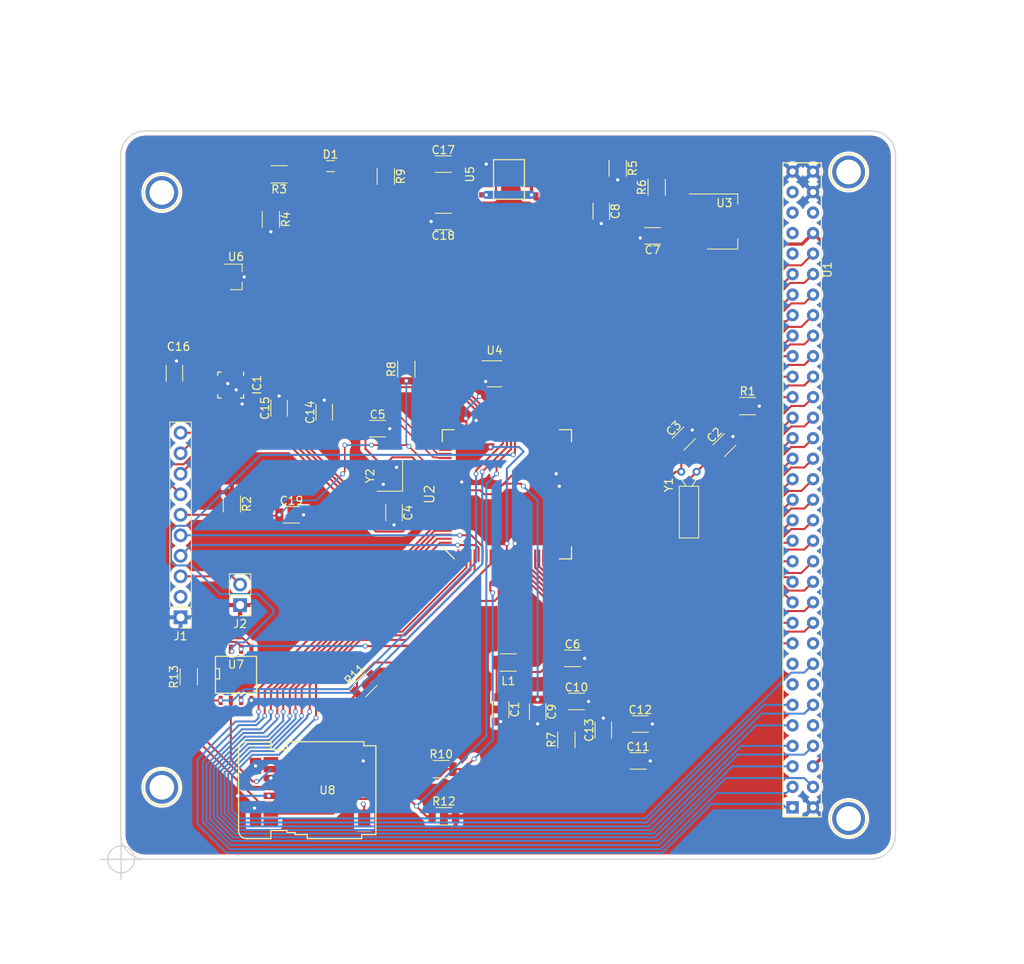
<source format=kicad_pcb>
(kicad_pcb (version 20171130) (host pcbnew "(5.1.2)-1")
  (layers (0 F.Cu signal) (31 B.Cu signal) (34 B.Paste user hide) (35 F.Paste user hide) (36 B.SilkS user hide) (37 F.SilkS user) (38 B.Mask user hide) (39 F.Mask user) (44 Edge.Cuts user))
  (net 0 "")
  (net 1 /VCORE)
  (net 2 GND)
  (net 3 /LFXIN)
  (net 4 /LFXOUT)
  (net 5 /HFXOUT)
  (net 6 /HFXIN)
  (net 7 /analog_vcc)
  (net 8 /3v3_ACS)
  (net 9 /VSW)
  (net 10 /3v3)
  (net 11 "Net-(R5-Pad1)")
  (net 12 "Net-(C16-Pad1)")
  (net 13 "Net-(R8-Pad2)")
  (net 14 "Net-(R9-Pad2)")
  (net 15 /currentSensor)
  (net 16 /resetMCU)
  (net 17 "Net-(D1-Pad1)")
  (net 18 /clkIMU)
  (net 19 /sdaIMU)
  (net 20 /jtag_bclUartRxd)
  (net 21 /jtag_bclUartTxd)
  (net 22 /jtag_tmsSwdio)
  (net 23 /jtag_tckSwdClk)
  (net 24 /jtag_tdoSwo)
  (net 25 /jtag_tdi)
  (net 26 "Net-(R1-Pad1)")
  (net 27 /adcVoltage3V3)
  (net 28 /mosiMemory)
  (net 29 /misoMemory)
  (net 30 /chipSelectorSD)
  (net 31 /chipSelectorFRAM)
  (net 32 /clkMemory)
  (net 33 /holdFRAM)
  (net 34 /wpFRAM)
  (net 35 /wtdToggle)
  (net 36 /temperatureSensor)
  (net 37 /p1)
  (net 38 /p2)
  (net 39 /p3)
  (net 40 /p4)
  (net 41 /p5)
  (net 42 /p16)
  (net 43 /p17)
  (net 44 /p18)
  (net 45 /p19)
  (net 46 /p20)
  (net 47 /p21)
  (net 48 /p22)
  (net 49 /p23)
  (net 50 /p24)
  (net 51 /p25)
  (net 52 /p26)
  (net 53 /p27)
  (net 54 /p28)
  (net 55 /p29)
  (net 56 /p30)
  (net 57 /p31)
  (net 58 /p32)
  (net 59 /p33)
  (net 60 /p34)
  (net 61 /p35)
  (net 62 /p36)
  (net 63 /p37)
  (net 64 /p38)
  (net 65 /p39)
  (net 66 /p46)
  (net 67 /p47)
  (net 68 /p48)
  (net 69 /p49)
  (net 70 /p50)
  (net 71 +5V)
  (net 72 /jtag/JTAG_3v3)
  (net 73 /p53)
  (net 74 /p56)
  (net 75 /p52)
  (net 76 /p55)
  (net 77 /p51)
  (net 78 /p54)
  (net 79 /p96)
  (net 80 /p97)
  (net 81 /p98)
  (net 82 /p99)
  (net 83 /p100)
  (net 84 /p57)
  (net 85 /p58)
  (net 86 /p59)
  (module Connectors:1pin (layer F.Cu) (at 140.09 55.08)
    (fp_text reference "" (at 0 -3.048) (layer F.SilkS))
    (fp_text value "")
    (pad 1 thru_hole circle (at 0 0) (size 4.064 4.064) (drill 3.048) (layers *.Cu *.Mask))
  )
  (module Connectors:1pin (layer F.Cu) (at 55.08 57.62)
    (fp_text reference "" (at 0 -3.048) (layer F.SilkS))
    (fp_text value "")
    (pad 1 thru_hole circle (at 0 0) (size 4.064 4.064) (drill 3.048) (layers *.Cu *.Mask))
  )
  (module Connectors:1pin (layer F.Cu) (at 55.08 131.28)
    (fp_text reference "" (at 0 -3.048) (layer F.SilkS))
    (fp_text value "")
    (pad 1 thru_hole circle (at 0 0) (size 4.064 4.064) (drill 3.048) (layers *.Cu *.Mask))
  )
  (module Connectors:1pin (layer F.Cu) (at 140.09 135.15)
    (fp_text reference "" (at 0 -3.048) (layer F.SilkS))
    (fp_text value "")
    (pad 1 thru_hole circle (at 0 0) (size 4.064 4.064) (drill 3.048) (layers *.Cu *.Mask))
  )
  (module Resistors_SMD:R_1206 (layer F.Cu) (at 80.264 118.618 45)
    (fp_text reference R11 (at 0 -1.850001 45) (layer F.SilkS))
    (fp_text value 49k9)
    (pad 1 smd rect (at -1.45 0 45) (size 0.9 1.7) (layers F.Cu F.Paste F.Mask) (net 29 /misoMemory))
    (pad 2 smd rect (at 1.45 0 45) (size 0.9 1.7) (layers F.Cu F.Paste F.Mask) (net 8 /3v3_ACS))
  )
  (module Crystals:Crystal_DS26_d2.0mm_l6.0mm_Horizontal (layer F.Cu) (at 119.38 92.202)
    (fp_text reference Y1 (at -1.57 1.625 270) (layer F.SilkS))
    (fp_text value 32kHz)
    (pad 1 thru_hole circle (at 0 0) (size 1 1) (drill 0.5) (layers *.Cu *.Mask) (net 4 /LFXOUT))
    (pad 2 thru_hole circle (at 1.9 0) (size 1 1) (drill 0.5) (layers *.Cu *.Mask) (net 3 /LFXIN))
  )
  (module Capacitors_SMD:C_1206 (layer F.Cu) (at 106.402 120.65)
    (fp_text reference C10 (at 0 -1.75) (layer F.SilkS))
    (fp_text value 0,1uF)
    (pad 1 smd rect (at -1.5 0) (size 1 1.6) (layers F.Cu F.Paste F.Mask) (net 7 /analog_vcc))
    (pad 2 smd rect (at 1.5 0) (size 1 1.6) (layers F.Cu F.Paste F.Mask) (net 2 GND))
  )
  (module PCB_TCC:MSP432P4111 (layer F.Cu) (at 97.79 94.996 90)
    (fp_text reference U2 (at 0 -9.575 90) (layer F.SilkS) (effects (font (size 1.2 1.2))))
    (fp_text value MSP432P4111)
    (pad 100 smd rect (at -6 -7.6 90) (size 0.25 1.55) (layers F.Cu F.Paste F.Mask) (net 83 /p100))
    (pad 99 smd rect (at -5.5 -7.6 90) (size 0.25 1.55) (layers F.Cu F.Paste F.Mask) (net 82 /p99))
    (pad 98 smd rect (at -5 -7.6 90) (size 0.25 1.55) (layers F.Cu F.Paste F.Mask) (net 81 /p98))
    (pad 97 smd rect (at -4.5 -7.6 90) (size 0.25 1.55) (layers F.Cu F.Paste F.Mask) (net 80 /p97))
    (pad 96 smd rect (at -4 -7.6 90) (size 0.25 1.55) (layers F.Cu F.Paste F.Mask) (net 79 /p96))
    (pad 95 smd rect (at -3.5 -7.6 90) (size 0.25 1.55) (layers F.Cu F.Paste F.Mask) (net 23 /jtag_tckSwdClk))
    (pad 94 smd rect (at -3 -7.6 90) (size 0.25 1.55) (layers F.Cu F.Paste F.Mask) (net 22 /jtag_tmsSwdio))
    (pad 93 smd rect (at -2.5 -7.6 90) (size 0.25 1.55) (layers F.Cu F.Paste F.Mask) (net 24 /jtag_tdoSwo))
    (pad 92 smd rect (at -2 -7.6 90) (size 0.25 1.55) (layers F.Cu F.Paste F.Mask) (net 25 /jtag_tdi))
    (pad 91 smd rect (at -1.5 -7.6 90) (size 0.25 1.55) (layers F.Cu F.Paste F.Mask))
    (pad 90 smd rect (at -1 -7.6 90) (size 0.25 1.55) (layers F.Cu F.Paste F.Mask))
    (pad 89 smd rect (at -0.5 -7.6 90) (size 0.25 1.55) (layers F.Cu F.Paste F.Mask))
    (pad 88 smd rect (at 0 -7.6 90) (size 0.25 1.55) (layers F.Cu F.Paste F.Mask))
    (pad 87 smd rect (at 0.5 -7.6 90) (size 0.25 1.55) (layers F.Cu F.Paste F.Mask) (net 7 /analog_vcc))
    (pad 86 smd rect (at 1 -7.6 90) (size 0.25 1.55) (layers F.Cu F.Paste F.Mask) (net 6 /HFXIN))
    (pad 85 smd rect (at 1.5 -7.6 90) (size 0.25 1.55) (layers F.Cu F.Paste F.Mask) (net 5 /HFXOUT))
    (pad 84 smd rect (at 2 -7.6 90) (size 0.25 1.55) (layers F.Cu F.Paste F.Mask) (net 2 GND))
    (pad 83 smd rect (at 2.5 -7.6 90) (size 0.25 1.55) (layers F.Cu F.Paste F.Mask) (net 16 /resetMCU))
    (pad 82 smd rect (at 3 -7.6 90) (size 0.25 1.55) (layers F.Cu F.Paste F.Mask) (net 2 GND))
    (pad 81 smd rect (at 3.5 -7.6 90) (size 0.25 1.55) (layers F.Cu F.Paste F.Mask))
    (pad 80 smd rect (at 4 -7.6 90) (size 0.25 1.55) (layers F.Cu F.Paste F.Mask))
    (pad 79 smd rect (at 4.5 -7.6 90) (size 0.25 1.55) (layers F.Cu F.Paste F.Mask) (net 18 /clkIMU))
    (pad 78 smd rect (at 5 -7.6 90) (size 0.25 1.55) (layers F.Cu F.Paste F.Mask) (net 19 /sdaIMU))
    (pad 77 smd rect (at 5.5 -7.6 90) (size 0.25 1.55) (layers F.Cu F.Paste F.Mask))
    (pad 76 smd rect (at 6 -7.6 90) (size 0.25 1.55) (layers F.Cu F.Paste F.Mask))
    (pad 75 smd rect (at 7.6 -6 180) (size 0.25 1.55) (layers F.Cu F.Paste F.Mask))
    (pad 74 smd rect (at 7.6 -5.5 180) (size 0.25 1.55) (layers F.Cu F.Paste F.Mask))
    (pad 73 smd rect (at 7.6 -5 180) (size 0.25 1.55) (layers F.Cu F.Paste F.Mask) (net 8 /3v3_ACS))
    (pad 72 smd rect (at 7.6 -4.5 180) (size 0.25 1.55) (layers F.Cu F.Paste F.Mask) (net 2 GND))
    (pad 71 smd rect (at 7.6 -4 180) (size 0.25 1.55) (layers F.Cu F.Paste F.Mask))
    (pad 70 smd rect (at 7.6 -3.5 180) (size 0.25 1.55) (layers F.Cu F.Paste F.Mask))
    (pad 69 smd rect (at 7.6 -3 180) (size 0.25 1.55) (layers F.Cu F.Paste F.Mask))
    (pad 68 smd rect (at 7.6 -2.5 180) (size 0.25 1.55) (layers F.Cu F.Paste F.Mask))
    (pad 67 smd rect (at 7.6 -2 180) (size 0.25 1.55) (layers F.Cu F.Paste F.Mask) (net 36 /temperatureSensor))
    (pad 66 smd rect (at 7.6 -1.5 180) (size 0.25 1.55) (layers F.Cu F.Paste F.Mask) (net 27 /adcVoltage3V3))
    (pad 65 smd rect (at 7.6 -1 180) (size 0.25 1.55) (layers F.Cu F.Paste F.Mask) (net 15 /currentSensor))
    (pad 64 smd rect (at 7.6 -0.5 180) (size 0.25 1.55) (layers F.Cu F.Paste F.Mask) (net 31 /chipSelectorFRAM))
    (pad 63 smd rect (at 7.6 0 180) (size 0.25 1.55) (layers F.Cu F.Paste F.Mask) (net 34 /wpFRAM))
    (pad 62 smd rect (at 7.6 0.5 180) (size 0.25 1.55) (layers F.Cu F.Paste F.Mask) (net 30 /chipSelectorSD))
    (pad 61 smd rect (at 7.6 1 180) (size 0.25 1.55) (layers F.Cu F.Paste F.Mask) (net 33 /holdFRAM))
    (pad 60 smd rect (at 7.6 1.5 180) (size 0.25 1.55) (layers F.Cu F.Paste F.Mask) (net 35 /wtdToggle))
    (pad 59 smd rect (at 7.6 2 180) (size 0.25 1.55) (layers F.Cu F.Paste F.Mask) (net 86 /p59))
    (pad 58 smd rect (at 7.6 2.5 180) (size 0.25 1.55) (layers F.Cu F.Paste F.Mask) (net 85 /p58))
    (pad 57 smd rect (at 7.6 3 180) (size 0.25 1.55) (layers F.Cu F.Paste F.Mask) (net 84 /p57))
    (pad 56 smd rect (at 7.6 3.5 180) (size 0.25 1.55) (layers F.Cu F.Paste F.Mask) (net 74 /p56))
    (pad 55 smd rect (at 7.6 4 180) (size 0.25 1.55) (layers F.Cu F.Paste F.Mask) (net 76 /p55))
    (pad 54 smd rect (at 7.6 4.5 180) (size 0.25 1.55) (layers F.Cu F.Paste F.Mask) (net 78 /p54))
    (pad 53 smd rect (at 7.6 5 180) (size 0.25 1.55) (layers F.Cu F.Paste F.Mask) (net 73 /p53))
    (pad 52 smd rect (at 7.6 5.5 180) (size 0.25 1.55) (layers F.Cu F.Paste F.Mask) (net 75 /p52))
    (pad 51 smd rect (at 7.6 6 180) (size 0.25 1.55) (layers F.Cu F.Paste F.Mask) (net 77 /p51))
    (pad 50 smd rect (at 6 7.6 90) (size 0.25 1.55) (layers F.Cu F.Paste F.Mask) (net 70 /p50))
    (pad 49 smd rect (at 5.5 7.6 90) (size 0.25 1.55) (layers F.Cu F.Paste F.Mask) (net 69 /p49))
    (pad 48 smd rect (at 5 7.6 90) (size 0.25 1.55) (layers F.Cu F.Paste F.Mask) (net 68 /p48))
    (pad 47 smd rect (at 4.5 7.6 90) (size 0.25 1.55) (layers F.Cu F.Paste F.Mask) (net 67 /p47))
    (pad 46 smd rect (at 4 7.6 90) (size 0.25 1.55) (layers F.Cu F.Paste F.Mask) (net 66 /p46))
    (pad 45 smd rect (at 3.5 7.6 90) (size 0.25 1.55) (layers F.Cu F.Paste F.Mask) (net 7 /analog_vcc))
    (pad 44 smd rect (at 3 7.6 90) (size 0.25 1.55) (layers F.Cu F.Paste F.Mask) (net 26 "Net-(R1-Pad1)"))
    (pad 43 smd rect (at 2.5 7.6 90) (size 0.25 1.55) (layers F.Cu F.Paste F.Mask) (net 2 GND))
    (pad 42 smd rect (at 2 7.6 90) (size 0.25 1.55) (layers F.Cu F.Paste F.Mask) (net 4 /LFXOUT))
    (pad 41 smd rect (at 1.5 7.6 90) (size 0.25 1.55) (layers F.Cu F.Paste F.Mask) (net 3 /LFXIN))
    (pad 40 smd rect (at 1 7.6 90) (size 0.25 1.55) (layers F.Cu F.Paste F.Mask) (net 2 GND))
    (pad 39 smd rect (at 0.5 7.6 90) (size 0.25 1.55) (layers F.Cu F.Paste F.Mask) (net 65 /p39))
    (pad 38 smd rect (at 0 7.6 90) (size 0.25 1.55) (layers F.Cu F.Paste F.Mask) (net 64 /p38))
    (pad 37 smd rect (at -0.5 7.6 90) (size 0.25 1.55) (layers F.Cu F.Paste F.Mask) (net 63 /p37))
    (pad 36 smd rect (at -1 7.6 90) (size 0.25 1.55) (layers F.Cu F.Paste F.Mask) (net 62 /p36))
    (pad 35 smd rect (at -1.5 7.6 90) (size 0.25 1.55) (layers F.Cu F.Paste F.Mask) (net 61 /p35))
    (pad 34 smd rect (at -2 7.6 90) (size 0.25 1.55) (layers F.Cu F.Paste F.Mask) (net 60 /p34))
    (pad 33 smd rect (at -2.5 7.6 90) (size 0.25 1.55) (layers F.Cu F.Paste F.Mask) (net 59 /p33))
    (pad 32 smd rect (at -3 7.6 90) (size 0.25 1.55) (layers F.Cu F.Paste F.Mask) (net 58 /p32))
    (pad 31 smd rect (at -3.5 7.6 90) (size 0.25 1.55) (layers F.Cu F.Paste F.Mask) (net 57 /p31))
    (pad 30 smd rect (at -4 7.6 90) (size 0.25 1.55) (layers F.Cu F.Paste F.Mask) (net 56 /p30))
    (pad 29 smd rect (at -4.5 7.6 90) (size 0.25 1.55) (layers F.Cu F.Paste F.Mask) (net 55 /p29))
    (pad 28 smd rect (at -5 7.6 90) (size 0.25 1.55) (layers F.Cu F.Paste F.Mask) (net 54 /p28))
    (pad 27 smd rect (at -5.5 7.6 90) (size 0.25 1.55) (layers F.Cu F.Paste F.Mask) (net 53 /p27))
    (pad 26 smd rect (at -6 7.6 90) (size 0.25 1.55) (layers F.Cu F.Paste F.Mask) (net 52 /p26))
    (pad 25 smd rect (at -7.6 6 180) (size 0.25 1.55) (layers F.Cu F.Paste F.Mask) (net 51 /p25))
    (pad 24 smd rect (at -7.6 5.5 180) (size 0.25 1.55) (layers F.Cu F.Paste F.Mask) (net 50 /p24))
    (pad 23 smd rect (at -7.6 5 180) (size 0.25 1.55) (layers F.Cu F.Paste F.Mask) (net 49 /p23))
    (pad 22 smd rect (at -7.6 4.5 180) (size 0.25 1.55) (layers F.Cu F.Paste F.Mask) (net 48 /p22))
    (pad 21 smd rect (at -7.6 4 180) (size 0.25 1.55) (layers F.Cu F.Paste F.Mask) (net 47 /p21))
    (pad 20 smd rect (at -7.6 3.5 180) (size 0.25 1.55) (layers F.Cu F.Paste F.Mask) (net 46 /p20))
    (pad 19 smd rect (at -7.6 3 180) (size 0.25 1.55) (layers F.Cu F.Paste F.Mask) (net 45 /p19))
    (pad 18 smd rect (at -7.6 2.5 180) (size 0.25 1.55) (layers F.Cu F.Paste F.Mask) (net 44 /p18))
    (pad 17 smd rect (at -7.6 2 180) (size 0.25 1.55) (layers F.Cu F.Paste F.Mask) (net 43 /p17))
    (pad 16 smd rect (at -7.6 1.5 180) (size 0.25 1.55) (layers F.Cu F.Paste F.Mask) (net 42 /p16))
    (pad 15 smd rect (at -7.6 1 180) (size 0.25 1.55) (layers F.Cu F.Paste F.Mask) (net 2 GND))
    (pad 14 smd rect (at -7.6 0.5 180) (size 0.25 1.55) (layers F.Cu F.Paste F.Mask) (net 9 /VSW))
    (pad 13 smd rect (at -7.6 0 180) (size 0.25 1.55) (layers F.Cu F.Paste F.Mask) (net 8 /3v3_ACS))
    (pad 12 smd rect (at -7.6 -0.5 180) (size 0.25 1.55) (layers F.Cu F.Paste F.Mask) (net 1 /VCORE))
    (pad 11 smd rect (at -7.6 -1 180) (size 0.25 1.55) (layers F.Cu F.Paste F.Mask) (net 29 /misoMemory))
    (pad 10 smd rect (at -7.6 -1.5 180) (size 0.25 1.55) (layers F.Cu F.Paste F.Mask) (net 28 /mosiMemory))
    (pad 9 smd rect (at -7.6 -2 180) (size 0.25 1.55) (layers F.Cu F.Paste F.Mask) (net 32 /clkMemory))
    (pad 8 smd rect (at -7.6 -2.5 180) (size 0.25 1.55) (layers F.Cu F.Paste F.Mask))
    (pad 7 smd rect (at -7.6 -3 180) (size 0.25 1.55) (layers F.Cu F.Paste F.Mask) (net 21 /jtag_bclUartTxd))
    (pad 6 smd rect (at -7.6 -3.5 180) (size 0.25 1.55) (layers F.Cu F.Paste F.Mask) (net 20 /jtag_bclUartRxd))
    (pad 5 smd rect (at -7.6 -4 180) (size 0.25 1.55) (layers F.Cu F.Paste F.Mask) (net 41 /p5))
    (pad 4 smd rect (at -7.6 -4.5 180) (size 0.25 1.55) (layers F.Cu F.Paste F.Mask) (net 40 /p4))
    (pad 3 smd rect (at -7.6 -5 180) (size 0.25 1.55) (layers F.Cu F.Paste F.Mask) (net 39 /p3))
    (pad 2 smd rect (at -7.6 -5.5 180) (size 0.25 1.55) (layers F.Cu F.Paste F.Mask) (net 38 /p2))
    (pad 1 smd rect (at -7.6 -6 180) (size 0.25 1.55) (layers F.Cu F.Paste F.Mask) (net 37 /p1))
  )
  (module Resistors_SMD:R_1206 (layer F.Cu) (at 63.754 96.192 270)
    (fp_text reference R2 (at 0 -1.85 90) (layer F.SilkS))
    (fp_text value 47K)
    (pad 1 smd rect (at -1.45 0 270) (size 0.9 1.7) (layers F.Cu F.Paste F.Mask) (net 8 /3v3_ACS))
    (pad 2 smd rect (at 1.45 0 270) (size 0.9 1.7) (layers F.Cu F.Paste F.Mask) (net 16 /resetMCU))
  )
  (module Capacitors_SMD:C_1206 (layer F.Cu) (at 69.596 84.328 90)
    (fp_text reference C15 (at 0 -1.75 90) (layer F.SilkS))
    (fp_text value 0.1uF)
    (pad 1 smd rect (at -1.5 0 90) (size 1 1.6) (layers F.Cu F.Paste F.Mask) (net 8 /3v3_ACS))
    (pad 2 smd rect (at 1.5 0 90) (size 1 1.6) (layers F.Cu F.Paste F.Mask) (net 2 GND))
  )
  (module ".pretty:ACS711_8-pin SOICN" (layer F.Cu) (at 100.838 57.912 90)
    (fp_text reference U5 (at 2.54 -7.62 90) (layer F.SilkS))
    (fp_text value ACS711)
    (pad 8 smd rect (at 0 -5.6 90) (size 0.65 1.75) (layers F.Cu F.Paste F.Mask) (net 10 /3v3))
    (pad 7 smd rect (at 1.27 -5.6 90) (size 0.65 1.75) (layers F.Cu F.Paste F.Mask) (net 15 /currentSensor))
    (pad 6 smd rect (at 2.54 -5.6 90) (size 0.65 1.75) (layers F.Cu F.Paste F.Mask) (net 14 "Net-(R9-Pad2)"))
    (pad 5 smd rect (at 3.81 -5.6 90) (size 0.65 1.75) (layers F.Cu F.Paste F.Mask) (net 2 GND))
    (pad 4 smd rect (at 3.81 0 90) (size 0.65 1.75) (layers F.Cu F.Paste F.Mask) (net 8 /3v3_ACS))
    (pad 3 smd rect (at 2.54 0 90) (size 0.65 1.75) (layers F.Cu F.Paste F.Mask) (net 8 /3v3_ACS))
    (pad 2 smd rect (at 1.27 0 90) (size 0.65 1.75) (layers F.Cu F.Paste F.Mask) (net 10 /3v3))
    (pad 1 smd rect (at 0 0 90) (size 0.65 1.75) (layers F.Cu F.Paste F.Mask) (net 10 /3v3))
  )
  (module Resistors_SMD:R_1206 (layer F.Cu) (at 127.582 84.074)
    (fp_text reference R1 (at 0 -1.85) (layer F.SilkS))
    (fp_text value 91kOhm)
    (pad 1 smd rect (at -1.45 0) (size 0.9 1.7) (layers F.Cu F.Paste F.Mask) (net 26 "Net-(R1-Pad1)"))
    (pad 2 smd rect (at 1.45 0) (size 0.9 1.7) (layers F.Cu F.Paste F.Mask) (net 2 GND))
  )
  (module Capacitors_SMD:C_1206 (layer F.Cu) (at 97.028 121.642 270)
    (fp_text reference C1 (at 0 -1.75 90) (layer F.SilkS))
    (fp_text value 0,1uF)
    (pad 1 smd rect (at -1.5 0 270) (size 1 1.6) (layers F.Cu F.Paste F.Mask) (net 1 /VCORE))
    (pad 2 smd rect (at 1.5 0 270) (size 1 1.6) (layers F.Cu F.Paste F.Mask) (net 2 GND))
  )
  (module Capacitors_SMD:C_1206 (layer F.Cu) (at 124.714 88.9 45)
    (fp_text reference C2 (at 0 -1.75 45) (layer F.SilkS))
    (fp_text value 22p)
    (pad 1 smd rect (at -1.5 0 45) (size 1 1.6) (layers F.Cu F.Paste F.Mask) (net 3 /LFXIN))
    (pad 2 smd rect (at 1.5 0 45) (size 1 1.6) (layers F.Cu F.Paste F.Mask) (net 2 GND))
  )
  (module Capacitors_SMD:C_1206 (layer F.Cu) (at 83.82 97.282 270)
    (fp_text reference C4 (at 0 -1.75 90) (layer F.SilkS))
    (fp_text value 22p)
    (pad 1 smd rect (at -1.5 0 270) (size 1 1.6) (layers F.Cu F.Paste F.Mask) (net 6 /HFXIN))
    (pad 2 smd rect (at 1.5 0 270) (size 1 1.6) (layers F.Cu F.Paste F.Mask) (net 2 GND))
  )
  (module Capacitors_SMD:C_1206 (layer F.Cu) (at 81.788 86.868)
    (fp_text reference C5 (at 0 -1.75) (layer F.SilkS))
    (fp_text value 22p)
    (pad 1 smd rect (at -1.5 0) (size 1 1.6) (layers F.Cu F.Paste F.Mask) (net 5 /HFXOUT))
    (pad 2 smd rect (at 1.5 0) (size 1 1.6) (layers F.Cu F.Paste F.Mask) (net 2 GND))
  )
  (module Capacitors_SMD:C_1206 (layer F.Cu) (at 105.918 115.316)
    (fp_text reference C6 (at 0 -1.75) (layer F.SilkS))
    (fp_text value 4u7)
    (pad 1 smd rect (at -1.5 0) (size 1 1.6) (layers F.Cu F.Paste F.Mask) (net 1 /VCORE))
    (pad 2 smd rect (at 1.5 0) (size 1 1.6) (layers F.Cu F.Paste F.Mask) (net 2 GND))
  )
  (module Capacitors_SMD:C_1206 (layer F.Cu) (at 115.824 62.992 180)
    (fp_text reference C7 (at 0 -1.75 180) (layer F.SilkS))
    (fp_text value 0,1uF)
    (pad 1 smd rect (at -1.5 0 180) (size 1 1.6) (layers F.Cu F.Paste F.Mask) (net 71 +5V))
    (pad 2 smd rect (at 1.5 0 180) (size 1 1.6) (layers F.Cu F.Paste F.Mask) (net 2 GND))
  )
  (module Capacitors_SMD:C_1206 (layer F.Cu) (at 109.474 59.944 270)
    (fp_text reference C8 (at 0 -1.75 270) (layer F.SilkS))
    (fp_text value 0,1uF)
    (pad 1 smd rect (at -1.5 0 270) (size 1 1.6) (layers F.Cu F.Paste F.Mask) (net 10 /3v3))
    (pad 2 smd rect (at 1.5 0 270) (size 1 1.6) (layers F.Cu F.Paste F.Mask) (net 2 GND))
  )
  (module Capacitors_SMD:C_1206 (layer F.Cu) (at 101.6 121.92 270)
    (fp_text reference C9 (at 0 -1.75 90) (layer F.SilkS))
    (fp_text value 0,1uF)
    (pad 1 smd rect (at -1.5 0 270) (size 1 1.6) (layers F.Cu F.Paste F.Mask) (net 7 /analog_vcc))
    (pad 2 smd rect (at 1.5 0 270) (size 1 1.6) (layers F.Cu F.Paste F.Mask) (net 2 GND))
  )
  (module Capacitors_SMD:C_1206 (layer F.Cu) (at 114.046 128.016)
    (fp_text reference C11 (at 0 -1.75) (layer F.SilkS))
    (fp_text value 0,1uF)
    (pad 1 smd rect (at -1.5 0) (size 1 1.6) (layers F.Cu F.Paste F.Mask) (net 8 /3v3_ACS))
    (pad 2 smd rect (at 1.5 0) (size 1 1.6) (layers F.Cu F.Paste F.Mask) (net 2 GND))
  )
  (module Capacitors_SMD:C_1206 (layer F.Cu) (at 114.3 123.444)
    (fp_text reference C12 (at 0 -1.75) (layer F.SilkS))
    (fp_text value 0,1uF)
    (pad 1 smd rect (at -1.5 0) (size 1 1.6) (layers F.Cu F.Paste F.Mask) (net 8 /3v3_ACS))
    (pad 2 smd rect (at 1.5 0) (size 1 1.6) (layers F.Cu F.Paste F.Mask) (net 2 GND))
  )
  (module Capacitors_SMD:C_1206 (layer F.Cu) (at 109.728 124.206 90)
    (fp_text reference C13 (at 0 -1.75 90) (layer F.SilkS))
    (fp_text value 10u)
    (pad 1 smd rect (at -1.5 0 90) (size 1 1.6) (layers F.Cu F.Paste F.Mask) (net 8 /3v3_ACS))
    (pad 2 smd rect (at 1.5 0 90) (size 1 1.6) (layers F.Cu F.Paste F.Mask) (net 2 GND))
  )
  (module Inductors_SMD:L_1206 (layer F.Cu) (at 97.97 115.824 180)
    (fp_text reference L1 (at 0 -2.3) (layer F.SilkS))
    (fp_text value 4.7uH)
    (pad 1 smd rect (at -1.45 0 180) (size 0.9 1.7) (layers F.Cu F.Paste F.Mask) (net 9 /VSW))
    (pad 2 smd rect (at 1.45 0 180) (size 0.9 1.7) (layers F.Cu F.Paste F.Mask) (net 1 /VCORE))
  )
  (module Resistors_SMD:R_1206 (layer F.Cu) (at 111.506 54.61 270)
    (fp_text reference R5 (at 0 -1.85 270) (layer F.SilkS))
    (fp_text value 240)
    (pad 1 smd rect (at -1.45 0 270) (size 0.9 1.7) (layers F.Cu F.Paste F.Mask) (net 11 "Net-(R5-Pad1)"))
    (pad 2 smd rect (at 1.45 0 270) (size 0.9 1.7) (layers F.Cu F.Paste F.Mask) (net 2 GND))
  )
  (module Resistors_SMD:R_1206 (layer F.Cu) (at 116.332 56.97 90)
    (fp_text reference R6 (at 0 -1.85 90) (layer F.SilkS))
    (fp_text value 140)
    (pad 1 smd rect (at -1.45 0 90) (size 0.9 1.7) (layers F.Cu F.Paste F.Mask) (net 10 /3v3))
    (pad 2 smd rect (at 1.45 0 90) (size 0.9 1.7) (layers F.Cu F.Paste F.Mask) (net 11 "Net-(R5-Pad1)"))
  )
  (module Resistors_SMD:R_1206 (layer F.Cu) (at 105.156 125.402 90)
    (fp_text reference R7 (at 0 -1.85 90) (layer F.SilkS))
    (fp_text value 0R)
    (pad 1 smd rect (at -1.45 0 90) (size 0.9 1.7) (layers F.Cu F.Paste F.Mask) (net 8 /3v3_ACS))
    (pad 2 smd rect (at 1.45 0 90) (size 0.9 1.7) (layers F.Cu F.Paste F.Mask) (net 7 /analog_vcc))
  )
  (module TO_SOT_Packages_SMD:SOT-223-3_TabPin2 (layer F.Cu) (at 124.46 61.214)
    (fp_text reference U3 (at 0.254 -2.286) (layer F.SilkS))
    (fp_text value LM317_SOT223)
    (pad 2 smd rect (at 3.15 0) (size 2 3.8) (layers F.Cu F.Paste F.Mask) (net 10 /3v3))
    (pad 2 smd rect (at -3.15 0) (size 2 1.5) (layers F.Cu F.Paste F.Mask) (net 10 /3v3))
    (pad 3 smd rect (at -3.15 2.3) (size 2 1.5) (layers F.Cu F.Paste F.Mask) (net 71 +5V))
    (pad 1 smd rect (at -3.15 -2.3) (size 2 1.5) (layers F.Cu F.Paste F.Mask) (net 11 "Net-(R5-Pad1)"))
  )
  (module isaConnector:ISA_CONNECTOR (layer F.Cu) (at 130.61 126.15 90)
    (fp_text reference U1 (at 58.95364 6.8557 90) (layer F.SilkS))
    (fp_text value ISA_BUS_connector)
    (pad 64 thru_hole circle (at 71.12 5.08 90) (size 1.524 1.524) (drill 0.762) (layers *.Cu *.Mask) (net 2 GND))
    (pad 63 thru_hole circle (at 68.58 5.08 90) (size 1.524 1.524) (drill 0.762) (layers *.Cu *.Mask) (net 2 GND))
    (pad 62 thru_hole circle (at 66.04 5.08 90) (size 1.524 1.524) (drill 0.762) (layers *.Cu *.Mask))
    (pad 61 thru_hole circle (at 63.5 5.08 90) (size 1.524 1.524) (drill 0.762) (layers *.Cu *.Mask) (net 71 +5V))
    (pad 60 thru_hole circle (at 60.96 5.08 90) (size 1.524 1.524) (drill 0.762) (layers *.Cu *.Mask) (net 86 /p59))
    (pad 59 thru_hole circle (at 58.42 5.08 90) (size 1.524 1.524) (drill 0.762) (layers *.Cu *.Mask) (net 84 /p57))
    (pad 58 thru_hole circle (at 55.88 5.08 90) (size 1.524 1.524) (drill 0.762) (layers *.Cu *.Mask) (net 76 /p55))
    (pad 57 thru_hole circle (at 53.34 5.08 90) (size 1.524 1.524) (drill 0.762) (layers *.Cu *.Mask) (net 73 /p53))
    (pad 56 thru_hole circle (at 50.8 5.08 90) (size 1.524 1.524) (drill 0.762) (layers *.Cu *.Mask) (net 77 /p51))
    (pad 55 thru_hole circle (at 48.26 5.08 90) (size 1.524 1.524) (drill 0.762) (layers *.Cu *.Mask) (net 69 /p49))
    (pad 54 thru_hole circle (at 45.72 5.08 90) (size 1.524 1.524) (drill 0.762) (layers *.Cu *.Mask) (net 67 /p47))
    (pad 53 thru_hole circle (at 43.18 5.08 90) (size 1.524 1.524) (drill 0.762) (layers *.Cu *.Mask) (net 65 /p39))
    (pad 52 thru_hole circle (at 40.64 5.08 90) (size 1.524 1.524) (drill 0.762) (layers *.Cu *.Mask) (net 63 /p37))
    (pad 51 thru_hole circle (at 38.1 5.08 90) (size 1.524 1.524) (drill 0.762) (layers *.Cu *.Mask) (net 61 /p35))
    (pad 50 thru_hole circle (at 35.56 5.08 90) (size 1.524 1.524) (drill 0.762) (layers *.Cu *.Mask) (net 59 /p33))
    (pad 49 thru_hole circle (at 33.02 5.08 90) (size 1.524 1.524) (drill 0.762) (layers *.Cu *.Mask) (net 57 /p31))
    (pad 48 thru_hole circle (at 30.48 5.08 90) (size 1.524 1.524) (drill 0.762) (layers *.Cu *.Mask) (net 55 /p29))
    (pad 47 thru_hole circle (at 27.94 5.08 90) (size 1.524 1.524) (drill 0.762) (layers *.Cu *.Mask) (net 53 /p27))
    (pad 46 thru_hole circle (at 25.4 5.08 90) (size 1.524 1.524) (drill 0.762) (layers *.Cu *.Mask) (net 51 /p25))
    (pad 45 thru_hole circle (at 22.86 5.08 90) (size 1.524 1.524) (drill 0.762) (layers *.Cu *.Mask) (net 49 /p23))
    (pad 44 thru_hole circle (at 20.32 5.08 90) (size 1.524 1.524) (drill 0.762) (layers *.Cu *.Mask) (net 47 /p21))
    (pad 43 thru_hole circle (at 17.78 5.08 90) (size 1.524 1.524) (drill 0.762) (layers *.Cu *.Mask) (net 45 /p19))
    (pad 42 thru_hole circle (at 15.24 5.08 90) (size 1.524 1.524) (drill 0.762) (layers *.Cu *.Mask) (net 43 /p17))
    (pad 41 thru_hole circle (at 12.7 5.08 90) (size 1.524 1.524) (drill 0.762) (layers *.Cu *.Mask))
    (pad 40 thru_hole circle (at 10.16 5.08 90) (size 1.524 1.524) (drill 0.762) (layers *.Cu *.Mask) (net 41 /p5))
    (pad 39 thru_hole circle (at 7.62 5.08 90) (size 1.524 1.524) (drill 0.762) (layers *.Cu *.Mask))
    (pad 38 thru_hole circle (at 5.08 5.08 90) (size 1.524 1.524) (drill 0.762) (layers *.Cu *.Mask) (net 39 /p3))
    (pad 37 thru_hole circle (at 2.54 5.08 90) (size 1.524 1.524) (drill 0.762) (layers *.Cu *.Mask))
    (pad 36 thru_hole circle (at 0 5.08 90) (size 1.524 1.524) (drill 0.762) (layers *.Cu *.Mask) (net 83 /p100))
    (pad 35 thru_hole circle (at -2.54 5.08 90) (size 1.524 1.524) (drill 0.762) (layers *.Cu *.Mask) (net 71 +5V))
    (pad 34 thru_hole circle (at -5.08 5.08 90) (size 1.524 1.524) (drill 0.762) (layers *.Cu *.Mask) (net 81 /p98))
    (pad 33 thru_hole circle (at -7.62 5.08 90) (size 1.524 1.524) (drill 0.762) (layers *.Cu *.Mask) (net 2 GND))
    (pad 32 thru_hole circle (at 71.12 2.54 90) (size 1.524 1.524) (drill 0.762) (layers *.Cu *.Mask) (net 2 GND))
    (pad 31 thru_hole circle (at 68.58 2.54 90) (size 1.524 1.524) (drill 0.762) (layers *.Cu *.Mask))
    (pad 30 thru_hole circle (at 66.04 2.54 90) (size 1.524 1.524) (drill 0.762) (layers *.Cu *.Mask))
    (pad 29 thru_hole circle (at 63.5 2.54 90) (size 1.524 1.524) (drill 0.762) (layers *.Cu *.Mask))
    (pad 28 thru_hole circle (at 60.96 2.54 90) (size 1.524 1.524) (drill 0.762) (layers *.Cu *.Mask))
    (pad 27 thru_hole circle (at 58.42 2.54 90) (size 1.524 1.524) (drill 0.762) (layers *.Cu *.Mask) (net 85 /p58))
    (pad 26 thru_hole circle (at 55.88 2.54 90) (size 1.524 1.524) (drill 0.762) (layers *.Cu *.Mask) (net 74 /p56))
    (pad 25 thru_hole circle (at 53.34 2.54 90) (size 1.524 1.524) (drill 0.762) (layers *.Cu *.Mask) (net 78 /p54))
    (pad 24 thru_hole circle (at 50.8 2.54 90) (size 1.524 1.524) (drill 0.762) (layers *.Cu *.Mask) (net 75 /p52))
    (pad 23 thru_hole circle (at 48.26 2.54 90) (size 1.524 1.524) (drill 0.762) (layers *.Cu *.Mask) (net 70 /p50))
    (pad 22 thru_hole circle (at 45.72 2.54 90) (size 1.524 1.524) (drill 0.762) (layers *.Cu *.Mask) (net 68 /p48))
    (pad 21 thru_hole circle (at 43.18 2.54 90) (size 1.524 1.524) (drill 0.762) (layers *.Cu *.Mask) (net 66 /p46))
    (pad 20 thru_hole circle (at 40.64 2.54 90) (size 1.524 1.524) (drill 0.762) (layers *.Cu *.Mask) (net 64 /p38))
    (pad 19 thru_hole circle (at 38.1 2.54 90) (size 1.524 1.524) (drill 0.762) (layers *.Cu *.Mask) (net 62 /p36))
    (pad 18 thru_hole circle (at 35.56 2.54 90) (size 1.524 1.524) (drill 0.762) (layers *.Cu *.Mask) (net 60 /p34))
    (pad 17 thru_hole circle (at 33.02 2.54 90) (size 1.524 1.524) (drill 0.762) (layers *.Cu *.Mask) (net 58 /p32))
    (pad 16 thru_hole circle (at 30.48 2.54 90) (size 1.524 1.524) (drill 0.762) (layers *.Cu *.Mask) (net 56 /p30))
    (pad 15 thru_hole circle (at 27.94 2.54 90) (size 1.524 1.524) (drill 0.762) (layers *.Cu *.Mask) (net 54 /p28))
    (pad 14 thru_hole circle (at 25.4 2.54 90) (size 1.524 1.524) (drill 0.762) (layers *.Cu *.Mask) (net 52 /p26))
    (pad 13 thru_hole circle (at 22.86 2.54 90) (size 1.524 1.524) (drill 0.762) (layers *.Cu *.Mask) (net 50 /p24))
    (pad 12 thru_hole circle (at 20.32 2.54 90) (size 1.524 1.524) (drill 0.762) (layers *.Cu *.Mask) (net 48 /p22))
    (pad 11 thru_hole circle (at 17.78 2.54 90) (size 1.524 1.524) (drill 0.762) (layers *.Cu *.Mask) (net 46 /p20))
    (pad 10 thru_hole circle (at 15.24 2.54 90) (size 1.524 1.524) (drill 0.762) (layers *.Cu *.Mask) (net 44 /p18))
    (pad 9 thru_hole circle (at 12.7 2.54 90) (size 1.524 1.524) (drill 0.762) (layers *.Cu *.Mask) (net 42 /p16))
    (pad 8 thru_hole circle (at 10.16 2.54 90) (size 1.524 1.524) (drill 0.762) (layers *.Cu *.Mask))
    (pad 7 thru_hole circle (at 7.62 2.54 90) (size 1.524 1.524) (drill 0.762) (layers *.Cu *.Mask))
    (pad 6 thru_hole circle (at 5.08 2.54 90) (size 1.524 1.524) (drill 0.762) (layers *.Cu *.Mask) (net 40 /p4))
    (pad 5 thru_hole circle (at 2.54 2.54 90) (size 1.524 1.524) (drill 0.762) (layers *.Cu *.Mask) (net 38 /p2))
    (pad 4 thru_hole circle (at 0 2.54 90) (size 1.524 1.524) (drill 0.762) (layers *.Cu *.Mask) (net 37 /p1))
    (pad 3 thru_hole circle (at -2.54 2.54 90) (size 1.524 1.524) (drill 0.762) (layers *.Cu *.Mask) (net 82 /p99))
    (pad 2 thru_hole circle (at -5.08 2.54 90) (size 1.524 1.524) (drill 0.762) (layers *.Cu *.Mask) (net 80 /p97))
    (pad 1 thru_hole trapezoid (at -7.62 2.54 90) (size 1.524 1.524) (drill 0.762) (layers *.Cu *.Mask) (net 79 /p96))
  )
  (module Capacitors_SMD:C_1206 (layer F.Cu) (at 75.184 84.836 90)
    (fp_text reference C14 (at 0 -1.75 90) (layer F.SilkS))
    (fp_text value 10nF)
    (pad 1 smd rect (at -1.5 0 90) (size 1 1.6) (layers F.Cu F.Paste F.Mask) (net 8 /3v3_ACS))
    (pad 2 smd rect (at 1.5 0 90) (size 1 1.6) (layers F.Cu F.Paste F.Mask) (net 2 GND))
  )
  (module Capacitors_SMD:C_1206 (layer F.Cu) (at 56.642 80.01 90)
    (fp_text reference C16 (at 3.302 0.508 180) (layer F.SilkS))
    (fp_text value 0.1uF)
    (pad 1 smd rect (at -1.5 0 90) (size 1 1.6) (layers F.Cu F.Paste F.Mask) (net 12 "Net-(C16-Pad1)"))
    (pad 2 smd rect (at 1.5 0 90) (size 1 1.6) (layers F.Cu F.Paste F.Mask) (net 2 GND))
  )
  (module Capacitors_SMD:C_1206 (layer F.Cu) (at 89.916 54.102)
    (fp_text reference C17 (at 0 -1.75 180) (layer F.SilkS))
    (fp_text value 0.1uF)
    (pad 1 smd rect (at -1.5 0) (size 1 1.6) (layers F.Cu F.Paste F.Mask) (net 10 /3v3))
    (pad 2 smd rect (at 1.5 0) (size 1 1.6) (layers F.Cu F.Paste F.Mask) (net 2 GND))
  )
  (module Capacitors_SMD:C_1206 (layer F.Cu) (at 89.916 61.214 180)
    (fp_text reference C18 (at 0 -1.75) (layer F.SilkS))
    (fp_text value 0.56nF)
    (pad 1 smd rect (at -1.5 0 180) (size 1 1.6) (layers F.Cu F.Paste F.Mask) (net 15 /currentSensor))
    (pad 2 smd rect (at 1.5 0 180) (size 1 1.6) (layers F.Cu F.Paste F.Mask) (net 2 GND))
  )
  (module Resistors_SMD:R_1206 (layer F.Cu) (at 85.344 79.502 90)
    (fp_text reference R8 (at 0 -1.85 90) (layer F.SilkS))
    (fp_text value 4.7K)
    (pad 1 smd rect (at -1.45 0 90) (size 0.9 1.7) (layers F.Cu F.Paste F.Mask) (net 16 /resetMCU))
    (pad 2 smd rect (at 1.45 0 90) (size 0.9 1.7) (layers F.Cu F.Paste F.Mask) (net 13 "Net-(R8-Pad2)"))
  )
  (module Resistors_SMD:R_1206 (layer F.Cu) (at 82.804 55.626 270)
    (fp_text reference R9 (at 0 -1.85 90) (layer F.SilkS))
    (fp_text value 1K)
    (pad 1 smd rect (at -1.45 0 270) (size 0.9 1.7) (layers F.Cu F.Paste F.Mask) (net 10 /3v3))
    (pad 2 smd rect (at 1.45 0 270) (size 0.9 1.7) (layers F.Cu F.Paste F.Mask) (net 14 "Net-(R9-Pad2)"))
  )
  (module TO_SOT_Packages_SMD:SOT-23-5 (layer F.Cu) (at 96.266 80.076)
    (fp_text reference U4 (at 0 -2.9) (layer F.SilkS))
    (fp_text value STWD100)
    (pad 1 smd rect (at -1.1 -0.95) (size 1.06 0.65) (layers F.Cu F.Paste F.Mask) (net 13 "Net-(R8-Pad2)"))
    (pad 2 smd rect (at -1.1 0) (size 1.06 0.65) (layers F.Cu F.Paste F.Mask) (net 2 GND))
    (pad 3 smd rect (at -1.1 0.95) (size 1.06 0.65) (layers F.Cu F.Paste F.Mask) (net 2 GND))
    (pad 4 smd rect (at 1.1 0.95) (size 1.06 0.65) (layers F.Cu F.Paste F.Mask) (net 35 /wtdToggle))
    (pad 5 smd rect (at 1.1 -0.95) (size 1.06 0.65) (layers F.Cu F.Paste F.Mask) (net 8 /3v3_ACS))
  )
  (module Capacitors_SMD:C_1206 (layer F.Cu) (at 71.12 97.536)
    (fp_text reference C19 (at 0 -1.75) (layer F.SilkS))
    (fp_text value 1nF)
    (pad 1 smd rect (at -1.5 0) (size 1 1.6) (layers F.Cu F.Paste F.Mask) (net 16 /resetMCU))
    (pad 2 smd rect (at 1.5 0) (size 1 1.6) (layers F.Cu F.Paste F.Mask) (net 2 GND))
  )
  (module Resistors_SMD:R_0603 (layer F.Cu) (at 75.958 54.356)
    (fp_text reference D1 (at 0 -1.45) (layer F.SilkS))
    (fp_text value LED)
    (pad 1 smd rect (at -0.75 0) (size 0.5 0.9) (layers F.Cu F.Paste F.Mask) (net 17 "Net-(D1-Pad1)"))
    (pad 2 smd rect (at 0.75 0) (size 0.5 0.9) (layers F.Cu F.Paste F.Mask) (net 8 /3v3_ACS))
  )
  (module Pin_Headers:Pin_Header_Straight_1x10_Pitch2.54mm (layer F.Cu) (at 57.404 110.236 180)
    (fp_text reference J1 (at 0 -2.33) (layer F.SilkS))
    (fp_text value CONN_01X10)
    (pad 1 thru_hole rect (at 0 0 180) (size 1.7 1.7) (drill 1) (layers *.Cu *.Mask) (net 2 GND))
    (pad 2 thru_hole oval (at 0 2.54 180) (size 1.7 1.7) (drill 1) (layers *.Cu *.Mask))
    (pad 3 thru_hole oval (at 0 5.08 180) (size 1.7 1.7) (drill 1) (layers *.Cu *.Mask) (net 72 /jtag/JTAG_3v3))
    (pad 4 thru_hole oval (at 0 7.62 180) (size 1.7 1.7) (drill 1) (layers *.Cu *.Mask) (net 20 /jtag_bclUartRxd))
    (pad 5 thru_hole oval (at 0 10.16 180) (size 1.7 1.7) (drill 1) (layers *.Cu *.Mask) (net 21 /jtag_bclUartTxd))
    (pad 6 thru_hole oval (at 0 12.7 180) (size 1.7 1.7) (drill 1) (layers *.Cu *.Mask) (net 16 /resetMCU))
    (pad 7 thru_hole oval (at 0 15.24 180) (size 1.7 1.7) (drill 1) (layers *.Cu *.Mask) (net 22 /jtag_tmsSwdio))
    (pad 8 thru_hole oval (at 0 17.78 180) (size 1.7 1.7) (drill 1) (layers *.Cu *.Mask) (net 23 /jtag_tckSwdClk))
    (pad 9 thru_hole oval (at 0 20.32 180) (size 1.7 1.7) (drill 1) (layers *.Cu *.Mask) (net 24 /jtag_tdoSwo))
    (pad 10 thru_hole oval (at 0 22.86 180) (size 1.7 1.7) (drill 1) (layers *.Cu *.Mask) (net 25 /jtag_tdi))
  )
  (module Pin_Headers:Pin_Header_Straight_1x02_Pitch2.54mm (layer F.Cu) (at 64.77 108.712 180)
    (fp_text reference J2 (at 0 -2.33) (layer F.SilkS))
    (fp_text value CONN_01X02)
    (pad 1 thru_hole rect (at 0 0 180) (size 1.7 1.7) (drill 1) (layers *.Cu *.Mask) (net 8 /3v3_ACS))
    (pad 2 thru_hole oval (at 0 2.54 180) (size 1.7 1.7) (drill 1) (layers *.Cu *.Mask) (net 72 /jtag/JTAG_3v3))
  )
  (module Resistors_SMD:R_1206 (layer F.Cu) (at 69.596 55.372 180)
    (fp_text reference R3 (at 0 -1.85 180) (layer F.SilkS))
    (fp_text value 49K9)
    (pad 1 smd rect (at -1.45 0 180) (size 0.9 1.7) (layers F.Cu F.Paste F.Mask) (net 17 "Net-(D1-Pad1)"))
    (pad 2 smd rect (at 1.45 0 180) (size 0.9 1.7) (layers F.Cu F.Paste F.Mask) (net 27 /adcVoltage3V3))
  )
  (module Resistors_SMD:R_1206 (layer F.Cu) (at 68.58 60.96 270)
    (fp_text reference R4 (at 0 -1.85 90) (layer F.SilkS))
    (fp_text value 68K1)
    (pad 1 smd rect (at -1.45 0 270) (size 0.9 1.7) (layers F.Cu F.Paste F.Mask) (net 27 /adcVoltage3V3))
    (pad 2 smd rect (at 1.45 0 270) (size 0.9 1.7) (layers F.Cu F.Paste F.Mask) (net 2 GND))
  )
  (module Resistors_SMD:R_1206 (layer F.Cu) (at 89.662 129.032)
    (fp_text reference R10 (at 0 -1.85) (layer F.SilkS))
    (fp_text value 49k9)
    (pad 1 smd rect (at -1.45 0) (size 0.9 1.7) (layers F.Cu F.Paste F.Mask) (net 8 /3v3_ACS))
    (pad 2 smd rect (at 1.45 0) (size 0.9 1.7) (layers F.Cu F.Paste F.Mask) (net 28 /mosiMemory))
  )
  (module Resistors_SMD:R_1206 (layer F.Cu) (at 89.99 134.874)
    (fp_text reference R12 (at 0 -1.85) (layer F.SilkS))
    (fp_text value 49k9)
    (pad 1 smd rect (at -1.45 0) (size 0.9 1.7) (layers F.Cu F.Paste F.Mask) (net 30 /chipSelectorSD))
    (pad 2 smd rect (at 1.45 0) (size 0.9 1.7) (layers F.Cu F.Paste F.Mask) (net 8 /3v3_ACS))
  )
  (module Resistors_SMD:R_1206 (layer F.Cu) (at 58.42 117.602 90)
    (fp_text reference R13 (at 0 -1.85 90) (layer F.SilkS))
    (fp_text value 49k9)
    (pad 1 smd rect (at -1.45 0 90) (size 0.9 1.7) (layers F.Cu F.Paste F.Mask) (net 31 /chipSelectorFRAM))
    (pad 2 smd rect (at 1.45 0 90) (size 0.9 1.7) (layers F.Cu F.Paste F.Mask) (net 8 /3v3_ACS))
  )
  (module TO_SOT_Packages_SMD:SOT-23 (layer F.Cu) (at 64.262 68.072)
    (fp_text reference U6 (at 0 -2.5) (layer F.SilkS))
    (fp_text value MCP9701T-E/TTCT-ND)
    (pad 1 smd rect (at -1 -0.95) (size 0.9 0.8) (layers F.Cu F.Paste F.Mask) (net 8 /3v3_ACS))
    (pad 2 smd rect (at -1 0.95) (size 0.9 0.8) (layers F.Cu F.Paste F.Mask) (net 36 /temperatureSensor))
    (pad 3 smd rect (at 1 0) (size 0.9 0.8) (layers F.Cu F.Paste F.Mask) (net 2 GND))
  )
  (module SMD_Packages:SOIC-8-N (layer F.Cu) (at 64.262 117.348)
    (fp_text reference U7 (at 0 -1.27) (layer F.SilkS))
    (fp_text value FM25V05)
    (pad 8 smd rect (at -1.905 -3.175) (size 0.508 1.143) (layers F.Cu F.Paste F.Mask) (net 8 /3v3_ACS))
    (pad 7 smd rect (at -0.635 -3.175) (size 0.508 1.143) (layers F.Cu F.Paste F.Mask) (net 33 /holdFRAM))
    (pad 6 smd rect (at 0.635 -3.175) (size 0.508 1.143) (layers F.Cu F.Paste F.Mask) (net 32 /clkMemory))
    (pad 5 smd rect (at 1.905 -3.175) (size 0.508 1.143) (layers F.Cu F.Paste F.Mask) (net 28 /mosiMemory))
    (pad 4 smd rect (at 1.905 3.175) (size 0.508 1.143) (layers F.Cu F.Paste F.Mask) (net 2 GND))
    (pad 3 smd rect (at 0.635 3.175) (size 0.508 1.143) (layers F.Cu F.Paste F.Mask) (net 34 /wpFRAM))
    (pad 2 smd rect (at -0.635 3.175) (size 0.508 1.143) (layers F.Cu F.Paste F.Mask) (net 29 /misoMemory))
    (pad 1 smd rect (at -1.905 3.175) (size 0.508 1.143) (layers F.Cu F.Paste F.Mask) (net 31 /chipSelectorFRAM))
  )
  (module Oscillators:Oscillator_SMD_Abracon_ASE-4pin_3.2x2.5mm (layer F.Cu) (at 83.312 92.71 90)
    (fp_text reference Y2 (at 0 -2.45 270) (layer F.SilkS))
    (fp_text value 48MHz)
    (pad 1 smd rect (at -1.05 0.825 90) (size 1.3 1.1) (layers F.Cu F.Paste F.Mask) (net 6 /HFXIN))
    (pad 2 smd rect (at 1.05 0.825 90) (size 1.3 1.1) (layers F.Cu F.Paste F.Mask) (net 2 GND))
    (pad 3 smd rect (at 1.05 -0.825 90) (size 1.3 1.1) (layers F.Cu F.Paste F.Mask) (net 5 /HFXOUT))
    (pad 4 smd rect (at -1.05 -0.825 90) (size 1.3 1.1) (layers F.Cu F.Paste F.Mask) (net 2 GND))
  )
  (module ST1W008S4ER1500:ST1W008S4ER1500 (layer F.Cu) (at 68.58 135.636)
    (fp_text reference U8 (at 7 -4) (layer F.SilkS))
    (fp_text value ST1W008S4ER)
    (pad 13 smd rect (at 11.55 -1) (size 1.5 2.2) (drill (offset 0 0.5)) (layers F.Cu F.Paste F.Mask))
    (pad 12 smd rect (at 11.55 -7.5) (size 1.6 2.3) (layers F.Cu F.Paste F.Mask) (net 2 GND))
    (pad 10 smd rect (at -1.9 -7) (size 1.4 2) (layers F.Cu F.Paste F.Mask) (net 2 GND))
    (pad 9 smd rect (at -1.9 0) (size 1.4 2) (drill (offset 0 -0.5)) (layers F.Cu F.Paste F.Mask) (net 2 GND))
    (pad 8 smd rect (at 0 -7.7) (size 1.8 0.8) (layers F.Cu F.Paste F.Mask))
    (pad 7 smd rect (at 0 -6.6) (size 1.8 0.8) (layers F.Cu F.Paste F.Mask) (net 29 /misoMemory))
    (pad 6 smd rect (at 0 -5.5) (size 1.8 0.8) (layers F.Cu F.Paste F.Mask) (net 2 GND))
    (pad 5 smd rect (at 0 -4.4) (size 1.8 0.8) (layers F.Cu F.Paste F.Mask) (net 32 /clkMemory))
    (pad 4 smd rect (at 0 -3.3) (size 1.8 0.8) (layers F.Cu F.Paste F.Mask) (net 8 /3v3_ACS))
    (pad 3 smd rect (at 0 -2.2) (size 1.8 0.8) (layers F.Cu F.Paste F.Mask) (net 28 /mosiMemory))
    (pad 2 smd rect (at 0 -1.1) (size 1.8 0.8) (layers F.Cu F.Paste F.Mask) (net 30 /chipSelectorSD))
    (pad 1 smd rect (at 0 0) (size 1.8 0.8) (layers F.Cu F.Paste F.Mask))
  )
  (module Housings_DFN_QFN:QFN-24_3x3mm_Pitch0.4mm (layer F.Cu) (at 63.608 81.461 270)
    (fp_text reference IC1 (at 0 -3.25 90) (layer F.SilkS))
    (fp_text value MPU-9250)
    (pad 1 smd rect (at -1.5 -1 270) (size 0.55 0.2) (layers F.Cu F.Paste F.Mask) (net 8 /3v3_ACS))
    (pad 2 smd rect (at -1.5 -0.6 270) (size 0.55 0.2) (layers F.Cu F.Paste F.Mask))
    (pad 3 smd rect (at -1.5 -0.2 270) (size 0.55 0.2) (layers F.Cu F.Paste F.Mask))
    (pad 4 smd rect (at -1.5 0.2 270) (size 0.55 0.2) (layers F.Cu F.Paste F.Mask))
    (pad 5 smd rect (at -1.5 0.6 270) (size 0.55 0.2) (layers F.Cu F.Paste F.Mask))
    (pad 6 smd rect (at -1.5 1 270) (size 0.55 0.2) (layers F.Cu F.Paste F.Mask))
    (pad 7 smd rect (at -1 1.5) (size 0.55 0.2) (layers F.Cu F.Paste F.Mask))
    (pad 8 smd rect (at -0.6 1.5) (size 0.55 0.2) (layers F.Cu F.Paste F.Mask) (net 8 /3v3_ACS))
    (pad 9 smd rect (at -0.2 1.5) (size 0.55 0.2) (layers F.Cu F.Paste F.Mask) (net 2 GND))
    (pad 10 smd rect (at 0.2 1.5) (size 0.55 0.2) (layers F.Cu F.Paste F.Mask) (net 12 "Net-(C16-Pad1)"))
    (pad 11 smd rect (at 0.6 1.5) (size 0.55 0.2) (layers F.Cu F.Paste F.Mask))
    (pad 12 smd rect (at 1 1.5) (size 0.55 0.2) (layers F.Cu F.Paste F.Mask))
    (pad 13 smd rect (at 1.5 1 270) (size 0.55 0.2) (layers F.Cu F.Paste F.Mask) (net 8 /3v3_ACS))
    (pad 14 smd rect (at 1.5 0.6 270) (size 0.55 0.2) (layers F.Cu F.Paste F.Mask))
    (pad 15 smd rect (at 1.5 0.2 270) (size 0.55 0.2) (layers F.Cu F.Paste F.Mask))
    (pad 16 smd rect (at 1.5 -0.2 270) (size 0.55 0.2) (layers F.Cu F.Paste F.Mask))
    (pad 17 smd rect (at 1.5 -0.6 270) (size 0.55 0.2) (layers F.Cu F.Paste F.Mask))
    (pad 18 smd rect (at 1.5 -1 270) (size 0.55 0.2) (layers F.Cu F.Paste F.Mask) (net 2 GND))
    (pad 19 smd rect (at 1 -1.5) (size 0.55 0.2) (layers F.Cu F.Paste F.Mask))
    (pad 20 smd rect (at 0.6 -1.5) (size 0.55 0.2) (layers F.Cu F.Paste F.Mask) (net 2 GND))
    (pad 21 smd rect (at 0.2 -1.5) (size 0.55 0.2) (layers F.Cu F.Paste F.Mask))
    (pad 22 smd rect (at -0.2 -1.5) (size 0.55 0.2) (layers F.Cu F.Paste F.Mask))
    (pad 23 smd rect (at -0.6 -1.5) (size 0.55 0.2) (layers F.Cu F.Paste F.Mask) (net 18 /clkIMU))
    (pad 24 smd rect (at -1 -1.5) (size 0.55 0.2) (layers F.Cu F.Paste F.Mask) (net 19 /sdaIMU))
  )
  (module Capacitors_SMD:C_1206 (layer F.Cu) (at 119.67866 88.09334 45)
    (fp_text reference C3 (at 0 -1.75 45) (layer F.SilkS))
    (fp_text value 22p)
    (pad 1 smd rect (at -1.5 0 45) (size 1 1.6) (layers F.Cu F.Paste F.Mask) (net 4 /LFXOUT))
    (pad 2 smd rect (at 1.5 0 45) (size 1 1.6) (layers F.Cu F.Paste F.Mask) (net 2 GND))
  )
  (gr_arc (start 53 53) (end 53 50) (angle -90) (layer Edge.Cuts) (width 0.15))
  (gr_arc (start 142.89 53) (end 145.89 53) (angle -90) (layer Edge.Cuts) (width 0.15))
  (gr_arc (start 142.89 137.17) (end 142.89 140.17) (angle -90) (layer Edge.Cuts) (width 0.15))
  (gr_arc (start 53 137.17) (end 50 137.17) (angle -90) (layer Edge.Cuts) (width 0.15))
  (gr_line (start 142.89 140.17) (end 53 140.17) (layer Edge.Cuts) (width 0.15))
  (gr_line (start 145.89 137.17) (end 145.89 53) (layer Edge.Cuts) (width 0.15))
  (gr_line (start 142.89 50) (end 53 50) (layer Edge.Cuts) (width 0.15))
  (gr_line (start 50 53) (end 50 137.17) (layer Edge.Cuts) (width 0.15))
  (target plus (at 50.038 140.208) (size 5) (width 0.15) (layer Edge.Cuts))
  (via (at 80.01 133.35) (size 0.6) (drill 0.4) (layers F.Cu B.Cu) (net 0))
  (segment (start 80.13 133.47) (end 80.01 133.35) (width 0.25) (layer F.Cu) (net 0))
  (segment (start 80.13 134.636) (end 80.13 133.47) (width 0.25) (layer F.Cu) (net 0))
  (segment (start 98.395001 116.999001) (end 97.22 115.824) (width 0.25) (layer F.Cu) (net 1))
  (segment (start 101.984999 116.999001) (end 98.395001 116.999001) (width 0.25) (layer F.Cu) (net 1))
  (segment (start 103.668 115.316) (end 101.984999 116.999001) (width 0.25) (layer F.Cu) (net 1))
  (segment (start 104.418 115.316) (end 103.668 115.316) (width 0.25) (layer F.Cu) (net 1))
  (segment (start 97.22 115.824) (end 96.52 115.824) (width 0.25) (layer F.Cu) (net 1))
  (segment (start 97.29 115.754) (end 97.22 115.824) (width 0.25) (layer F.Cu) (net 1))
  (segment (start 97.29 102.596) (end 97.29 115.754) (width 0.25) (layer F.Cu) (net 1))
  (segment (start 96.52 119.634) (end 97.028 120.142) (width 0.25) (layer F.Cu) (net 1))
  (segment (start 96.52 115.824) (end 96.52 119.634) (width 0.25) (layer F.Cu) (net 1))
  (via (at 80.01 128.016) (size 0.6) (drill 0.4) (layers F.Cu B.Cu) (net 2))
  (via (at 56.896 78.486) (size 0.6) (drill 0.4) (layers F.Cu B.Cu) (net 2))
  (via (at 65.278 68.072) (size 0.6) (drill 0.4) (layers F.Cu B.Cu) (net 2))
  (via (at 68.58 62.484) (size 0.6) (drill 0.4) (layers F.Cu B.Cu) (net 2))
  (via (at 114.3 63.246) (size 0.6) (drill 0.4) (layers F.Cu B.Cu) (net 2))
  (via (at 109.474 61.468) (size 0.6) (drill 0.4) (layers F.Cu B.Cu) (net 2))
  (via (at 98.806 101.092) (size 0.6) (drill 0.4) (layers F.Cu B.Cu) (net 2))
  (segment (start 98.79 102.596) (end 98.79 101.108) (width 0.25) (layer F.Cu) (net 2))
  (segment (start 98.79 101.108) (end 98.806 101.092) (width 0.25) (layer F.Cu) (net 2))
  (segment (start 95.166 81.026) (end 95.166 80.076) (width 0.25) (layer F.Cu) (net 2))
  (segment (start 94.113 54.102) (end 91.416 54.102) (width 0.25) (layer F.Cu) (net 2))
  (segment (start 95.238 54.102) (end 94.113 54.102) (width 0.25) (layer F.Cu) (net 2))
  (via (at 63.246 81.28) (size 0.6) (drill 0.4) (layers F.Cu B.Cu) (net 2))
  (segment (start 62.108 81.261) (end 63.227 81.261) (width 0.2) (layer F.Cu) (net 2))
  (segment (start 63.227 81.261) (end 63.246 81.28) (width 0.2) (layer F.Cu) (net 2))
  (via (at 65.024 83.82) (size 0.6) (drill 0.4) (layers F.Cu B.Cu) (net 2))
  (segment (start 64.608 82.961) (end 64.608 83.404) (width 0.2) (layer F.Cu) (net 2))
  (segment (start 64.608 83.404) (end 65.024 83.82) (width 0.2) (layer F.Cu) (net 2))
  (via (at 69.596 82.828) (size 0.6) (drill 0.4) (layers F.Cu B.Cu) (net 2))
  (via (at 75.184 83.336) (size 0.6) (drill 0.4) (layers F.Cu B.Cu) (net 2))
  (segment (start 91.215 92.996) (end 91.691 93.472) (width 0.25) (layer F.Cu) (net 2))
  (segment (start 90.19 92.996) (end 91.215 92.996) (width 0.25) (layer F.Cu) (net 2))
  (via (at 92.202 93.472) (size 0.6) (drill 0.4) (layers F.Cu B.Cu) (net 2))
  (segment (start 91.691 93.472) (end 92.202 93.472) (width 0.25) (layer F.Cu) (net 2))
  (via (at 83.288 86.868) (size 0.6) (drill 0.4) (layers F.Cu B.Cu) (net 2))
  (via (at 97.028 123.142) (size 0.6) (drill 0.4) (layers F.Cu B.Cu) (net 2))
  (via (at 72.62 97.536) (size 0.6) (drill 0.4) (layers F.Cu B.Cu) (net 2))
  (via (at 104.284279 93.995999) (size 0.6) (drill 0.4) (layers F.Cu B.Cu) (net 2))
  (segment (start 105.39 93.996) (end 104.28428 93.996) (width 0.25) (layer F.Cu) (net 2))
  (segment (start 104.28428 93.996) (end 104.284279 93.995999) (width 0.2) (layer F.Cu) (net 2))
  (via (at 68.58 130.136) (size 0.6) (drill 0.4) (layers F.Cu B.Cu) (net 2))
  (via (at 66.68 128.636) (size 0.6) (drill 0.4) (layers F.Cu B.Cu) (net 2))
  (via (at 107.418 115.316) (size 0.6) (drill 0.4) (layers F.Cu B.Cu) (net 2))
  (via (at 95.166 81.026) (size 0.6) (drill 0.4) (layers F.Cu B.Cu) (net 2))
  (via (at 88.416 61.214) (size 0.6) (drill 0.4) (layers F.Cu B.Cu) (net 2))
  (via (at 95.238 54.102) (size 0.6) (drill 0.4) (layers F.Cu B.Cu) (net 2))
  (via (at 103.886 92.456) (size 0.6) (drill 0.4) (layers F.Cu B.Cu) (net 2))
  (segment (start 105.39 92.496) (end 103.926 92.496) (width 0.25) (layer F.Cu) (net 2))
  (segment (start 103.926 92.496) (end 103.886 92.456) (width 0.25) (layer F.Cu) (net 2))
  (via (at 111.506 56.06) (size 0.6) (drill 0.4) (layers F.Cu B.Cu) (net 2))
  (via (at 66.167 120.523) (size 0.6) (drill 0.4) (layers F.Cu B.Cu) (net 2))
  (via (at 101.6 123.42) (size 0.6) (drill 0.4) (layers F.Cu B.Cu) (net 2))
  (via (at 107.902 120.65) (size 0.6) (drill 0.4) (layers F.Cu B.Cu) (net 2))
  (via (at 109.728 122.706) (size 0.6) (drill 0.4) (layers F.Cu B.Cu) (net 2))
  (via (at 115.8 123.444) (size 0.6) (drill 0.4) (layers F.Cu B.Cu) (net 2))
  (via (at 115.546 128.016) (size 0.6) (drill 0.4) (layers F.Cu B.Cu) (net 2))
  (via (at 66.548 133.858) (size 0.6) (drill 0.4) (layers F.Cu B.Cu) (net 2))
  (segment (start 66.68 135.636) (end 66.68 133.99) (width 0.25) (layer F.Cu) (net 2))
  (segment (start 66.68 133.99) (end 66.548 133.858) (width 0.25) (layer F.Cu) (net 2))
  (via (at 125.77466 87.83934) (size 0.6) (drill 0.4) (layers F.Cu B.Cu) (net 2))
  (via (at 129.032 84.074) (size 0.6) (drill 0.4) (layers F.Cu B.Cu) (net 2))
  (via (at 120.73932 87.03268) (size 0.6) (drill 0.4) (layers F.Cu B.Cu) (net 2))
  (via (at 84.137 91.66) (size 0.6) (drill 0.4) (layers F.Cu B.Cu) (net 2))
  (via (at 82.487 93.76) (size 0.6) (drill 0.4) (layers F.Cu B.Cu) (net 2))
  (via (at 83.82 98.782002) (size 0.6) (drill 0.4) (layers F.Cu B.Cu) (net 2))
  (segment (start 65.108 82.061) (end 64.281 82.061) (width 0.2) (layer F.Cu) (net 2))
  (via (at 64.281 82.061) (size 0.6) (drill 0.4) (layers F.Cu B.Cu) (net 2))
  (segment (start 93.29 86.371) (end 93.809 85.852) (width 0.25) (layer F.Cu) (net 2))
  (segment (start 93.29 87.396) (end 93.29 86.371) (width 0.25) (layer F.Cu) (net 2))
  (via (at 93.98 85.852) (size 0.6) (drill 0.4) (layers F.Cu B.Cu) (net 2))
  (segment (start 93.809 85.852) (end 93.98 85.852) (width 0.25) (layer F.Cu) (net 2))
  (segment (start 123.52134 89.96066) (end 123.65334 89.96066) (width 0.25) (layer F.Cu) (net 3))
  (segment (start 121.28 92.202) (end 123.52134 89.96066) (width 0.25) (layer F.Cu) (net 3))
  (segment (start 119.986 93.496) (end 105.39 93.496) (width 0.25) (layer F.Cu) (net 3))
  (segment (start 121.28 92.202) (end 119.986 93.496) (width 0.25) (layer F.Cu) (net 3))
  (segment (start 106.415 92.996) (end 105.39 92.996) (width 0.25) (layer F.Cu) (net 4))
  (segment (start 117.878894 92.996) (end 106.415 92.996) (width 0.25) (layer F.Cu) (net 4))
  (segment (start 118.672894 92.202) (end 117.878894 92.996) (width 0.25) (layer F.Cu) (net 4))
  (segment (start 119.38 92.202) (end 118.672894 92.202) (width 0.25) (layer F.Cu) (net 4))
  (segment (start 119.38 89.916) (end 118.618 89.154) (width 0.25) (layer F.Cu) (net 4))
  (segment (start 119.38 92.202) (end 119.38 89.916) (width 0.25) (layer F.Cu) (net 4))
  (segment (start 82.487 91.56) (end 80.264 89.337) (width 0.25) (layer F.Cu) (net 5))
  (segment (start 80.288 89.313) (end 80.288 86.868) (width 0.25) (layer F.Cu) (net 5))
  (segment (start 80.264 89.337) (end 80.288 89.313) (width 0.25) (layer F.Cu) (net 5))
  (segment (start 86.090011 90.421011) (end 89.165 93.496) (width 0.25) (layer F.Cu) (net 5))
  (segment (start 89.165 93.496) (end 90.19 93.496) (width 0.25) (layer F.Cu) (net 5))
  (segment (start 83.625989 90.421011) (end 86.090011 90.421011) (width 0.25) (layer F.Cu) (net 5))
  (segment (start 82.487 91.66) (end 82.487 91.56) (width 0.25) (layer F.Cu) (net 5))
  (segment (start 82.487 91.56) (end 83.625989 90.421011) (width 0.25) (layer F.Cu) (net 5))
  (segment (start 89.165 93.996) (end 90.19 93.996) (width 0.25) (layer F.Cu) (net 6))
  (segment (start 85.173 93.996) (end 89.165 93.996) (width 0.25) (layer F.Cu) (net 6))
  (segment (start 84.937 93.76) (end 85.173 93.996) (width 0.25) (layer F.Cu) (net 6))
  (segment (start 84.137 93.76) (end 84.937 93.76) (width 0.25) (layer F.Cu) (net 6))
  (segment (start 83.82 94.077) (end 84.137 93.76) (width 0.25) (layer F.Cu) (net 6))
  (segment (start 83.82 95.782) (end 83.82 94.077) (width 0.25) (layer F.Cu) (net 6))
  (segment (start 99.576025 91.496) (end 104.365 91.496) (width 0.25) (layer F.Cu) (net 7))
  (segment (start 104.365 91.496) (end 105.39 91.496) (width 0.25) (layer F.Cu) (net 7))
  (segment (start 94.939141 94.975918) (end 96.096107 94.975918) (width 0.25) (layer F.Cu) (net 7))
  (segment (start 96.096107 94.975918) (end 96.467024 94.605001) (width 0.25) (layer F.Cu) (net 7))
  (segment (start 90.19 94.496) (end 94.459223 94.496) (width 0.25) (layer F.Cu) (net 7))
  (segment (start 94.459223 94.496) (end 94.939141 94.975918) (width 0.25) (layer F.Cu) (net 7))
  (segment (start 105.156 120.904) (end 104.902 120.65) (width 0.25) (layer F.Cu) (net 7))
  (segment (start 105.156 123.952) (end 105.156 120.904) (width 0.25) (layer F.Cu) (net 7))
  (segment (start 101.83 120.65) (end 101.6 120.42) (width 0.25) (layer F.Cu) (net 7))
  (segment (start 104.902 120.65) (end 101.83 120.65) (width 0.25) (layer F.Cu) (net 7))
  (via (at 101.6 120.42) (size 0.6) (drill 0.4) (layers F.Cu B.Cu) (net 7))
  (via (at 99.822 93.98) (size 0.6) (drill 0.4) (layers F.Cu B.Cu) (net 7))
  (segment (start 101.6 120.42) (end 101.6 95.758) (width 0.25) (layer B.Cu) (net 7))
  (segment (start 101.6 95.758) (end 99.822 93.98) (width 0.25) (layer B.Cu) (net 7))
  (segment (start 97.392023 93.680001) (end 96.806012 94.266012) (width 0.25) (layer F.Cu) (net 7))
  (segment (start 99.522001 93.680001) (end 97.392023 93.680001) (width 0.25) (layer F.Cu) (net 7))
  (segment (start 99.822 93.98) (end 99.522001 93.680001) (width 0.25) (layer F.Cu) (net 7))
  (segment (start 96.467024 94.605001) (end 96.806012 94.266012) (width 0.25) (layer F.Cu) (net 7))
  (segment (start 96.806012 94.266012) (end 99.576025 91.496) (width 0.25) (layer F.Cu) (net 7))
  (segment (start 67.564 132.334) (end 68.326 132.334) (width 0.2) (layer B.Cu) (net 8))
  (via (at 68.326 132.334) (size 0.6) (drill 0.4) (layers F.Cu B.Cu) (net 8))
  (segment (start 64.608 79.961) (end 64.608 79.41) (width 0.2) (layer F.Cu) (net 8))
  (segment (start 64.608 79.41) (end 64.77 79.248) (width 0.2) (layer F.Cu) (net 8))
  (segment (start 62.108 80.861) (end 61.557 80.861) (width 0.2) (layer F.Cu) (net 8))
  (segment (start 61.557 80.861) (end 61.214 80.518) (width 0.2) (layer F.Cu) (net 8))
  (segment (start 62.608 83.136) (end 61.976 83.768) (width 0.2) (layer F.Cu) (net 8))
  (segment (start 62.608 82.961) (end 62.608 83.136) (width 0.2) (layer F.Cu) (net 8))
  (via (at 92.71 85.598) (size 0.6) (drill 0.4) (layers F.Cu B.Cu) (net 8))
  (segment (start 92.79 85.678) (end 92.79 87.396) (width 0.25) (layer F.Cu) (net 8))
  (segment (start 92.71 85.598) (end 92.79 85.678) (width 0.25) (layer F.Cu) (net 8))
  (via (at 97.79 101.092) (size 0.6) (drill 0.4) (layers F.Cu B.Cu) (net 8))
  (segment (start 97.79 101.092) (end 97.79 102.596) (width 0.25) (layer F.Cu) (net 8))
  (segment (start 92.79 89.264901) (end 92.959036 89.433937) (width 0.25) (layer F.Cu) (net 8))
  (segment (start 99.293938 89.133938) (end 96.161342 89.133938) (width 0.25) (layer B.Cu) (net 8))
  (segment (start 95.861343 89.433937) (end 96.161342 89.133938) (width 0.25) (layer F.Cu) (net 8))
  (segment (start 97.79 101.092) (end 97.79 91.785998) (width 0.25) (layer B.Cu) (net 8))
  (segment (start 99.867999 89.707999) (end 99.293938 89.133938) (width 0.25) (layer B.Cu) (net 8))
  (segment (start 97.79 91.785998) (end 99.867999 89.707999) (width 0.25) (layer B.Cu) (net 8))
  (segment (start 92.959036 89.433937) (end 95.861343 89.433937) (width 0.25) (layer F.Cu) (net 8))
  (segment (start 92.79 87.396) (end 92.79 89.264901) (width 0.25) (layer F.Cu) (net 8))
  (via (at 95.758 89.133938) (size 0.6) (drill 0.4) (layers F.Cu B.Cu) (net 8))
  (via (at 64.481087 132.334) (size 0.6) (drill 0.4) (layers F.Cu B.Cu) (net 8))
  (segment (start 67.564 132.334) (end 64.481087 132.334) (width 0.25) (layer B.Cu) (net 8))
  (segment (start 94.103138 83.167413) (end 94.403137 82.867414) (width 0.25) (layer B.Cu) (net 8))
  (segment (start 96.021001 81.673814) (end 94.827401 82.867414) (width 0.25) (layer F.Cu) (net 8))
  (via (at 94.403137 82.867414) (size 0.6) (drill 0.4) (layers F.Cu B.Cu) (net 8))
  (segment (start 92.71 85.598) (end 92.71 84.560551) (width 0.25) (layer B.Cu) (net 8))
  (segment (start 92.71 84.560551) (end 94.103138 83.167413) (width 0.25) (layer B.Cu) (net 8))
  (segment (start 96.021001 81.045999) (end 96.021001 81.673814) (width 0.25) (layer F.Cu) (net 8))
  (segment (start 97.366 79.126) (end 97.366 79.701) (width 0.25) (layer F.Cu) (net 8))
  (segment (start 94.827401 82.867414) (end 94.403137 82.867414) (width 0.25) (layer F.Cu) (net 8))
  (segment (start 97.366 79.701) (end 96.021001 81.045999) (width 0.25) (layer F.Cu) (net 8))
  (segment (start 96.161342 89.133938) (end 95.758 89.133938) (width 0.25) (layer B.Cu) (net 8))
  (segment (start 98.72 115.824) (end 99.42 115.824) (width 0.25) (layer F.Cu) (net 9))
  (segment (start 98.29 115.394) (end 98.72 115.824) (width 0.25) (layer F.Cu) (net 9))
  (segment (start 98.29 102.596) (end 98.29 115.394) (width 0.25) (layer F.Cu) (net 9))
  (segment (start 82.878 54.102) (end 82.804 54.176) (width 0.25) (layer F.Cu) (net 10))
  (segment (start 88.416 54.102) (end 82.878 54.102) (width 0.25) (layer F.Cu) (net 10))
  (segment (start 90.291001 52.976999) (end 89.166 54.102) (width 0.25) (layer F.Cu) (net 10))
  (segment (start 95.898001 52.976999) (end 90.291001 52.976999) (width 0.25) (layer F.Cu) (net 10))
  (segment (start 96.438001 57.836999) (end 96.438001 53.516999) (width 0.25) (layer F.Cu) (net 10))
  (segment (start 96.438001 53.516999) (end 95.898001 52.976999) (width 0.25) (layer F.Cu) (net 10))
  (segment (start 95.238 57.912) (end 96.363 57.912) (width 0.25) (layer F.Cu) (net 10))
  (segment (start 96.363 57.912) (end 96.438001 57.836999) (width 0.25) (layer F.Cu) (net 10))
  (segment (start 89.166 54.102) (end 88.416 54.102) (width 0.25) (layer F.Cu) (net 10))
  (segment (start 126.21 61.214) (end 121.31 61.214) (width 0.4) (layer F.Cu) (net 10))
  (segment (start 127.61 61.214) (end 126.21 61.214) (width 0.4) (layer F.Cu) (net 10))
  (segment (start 116.332 59.27) (end 116.332 58.42) (width 0.4) (layer F.Cu) (net 10))
  (segment (start 118.276 61.214) (end 116.332 59.27) (width 0.4) (layer F.Cu) (net 10))
  (segment (start 121.31 61.214) (end 118.276 61.214) (width 0.4) (layer F.Cu) (net 10))
  (segment (start 109.498 58.42) (end 109.474 58.444) (width 0.4) (layer F.Cu) (net 10))
  (segment (start 116.332 58.42) (end 109.498 58.42) (width 0.4) (layer F.Cu) (net 10))
  (segment (start 101.37 58.444) (end 100.838 57.912) (width 0.4) (layer F.Cu) (net 10))
  (segment (start 109.474 58.444) (end 101.37 58.444) (width 0.4) (layer F.Cu) (net 10))
  (segment (start 100.838 57.912) (end 100.838 56.642) (width 0.4) (layer F.Cu) (net 10))
  (via (at 95.238 57.912) (size 0.6) (drill 0.4) (layers F.Cu B.Cu) (net 10))
  (via (at 100.838 57.912) (size 0.6) (drill 0.4) (layers F.Cu B.Cu) (net 10))
  (segment (start 95.238 57.912) (end 100.838 57.912) (width 1) (layer B.Cu) (net 10))
  (segment (start 113.572 53.16) (end 111.506 53.16) (width 0.25) (layer F.Cu) (net 11))
  (segment (start 116.332 55.52) (end 115.932 55.52) (width 0.25) (layer F.Cu) (net 11))
  (segment (start 115.932 55.52) (end 113.572 53.16) (width 0.25) (layer F.Cu) (net 11))
  (segment (start 121.31 57.914) (end 121.31 58.914) (width 0.25) (layer F.Cu) (net 11))
  (segment (start 118.916 55.52) (end 121.31 57.914) (width 0.25) (layer F.Cu) (net 11))
  (segment (start 116.332 55.52) (end 118.916 55.52) (width 0.25) (layer F.Cu) (net 11))
  (segment (start 56.793 81.661) (end 56.642 81.51) (width 0.2) (layer F.Cu) (net 12))
  (segment (start 62.108 81.661) (end 56.793 81.661) (width 0.2) (layer F.Cu) (net 12))
  (segment (start 85.344 78.752) (end 85.344 78.052) (width 0.25) (layer F.Cu) (net 13))
  (segment (start 85.718 79.126) (end 85.344 78.752) (width 0.25) (layer F.Cu) (net 13))
  (segment (start 95.166 79.126) (end 85.718 79.126) (width 0.25) (layer F.Cu) (net 13))
  (segment (start 92.022 57.076) (end 82.804 57.076) (width 0.25) (layer F.Cu) (net 14))
  (segment (start 95.238 55.372) (end 93.726 55.372) (width 0.25) (layer F.Cu) (net 14))
  (segment (start 93.726 55.372) (end 92.022 57.076) (width 0.25) (layer F.Cu) (net 14))
  (segment (start 95.238 56.642) (end 94.688 56.642) (width 0.25) (layer F.Cu) (net 15))
  (segment (start 94.688 56.642) (end 91.416 59.914) (width 0.25) (layer F.Cu) (net 15))
  (segment (start 91.416 60.164) (end 91.416 61.214) (width 0.25) (layer F.Cu) (net 15))
  (segment (start 91.416 59.914) (end 91.416 60.164) (width 0.25) (layer F.Cu) (net 15))
  (segment (start 91.416 70.094998) (end 91.416 62.264) (width 0.25) (layer F.Cu) (net 15))
  (segment (start 84.168999 77.341999) (end 91.416 70.094998) (width 0.25) (layer F.Cu) (net 15))
  (segment (start 96.79 87.396) (end 96.79 86.138176) (width 0.25) (layer F.Cu) (net 15))
  (segment (start 96.79 86.138176) (end 90.227835 79.576011) (width 0.25) (layer F.Cu) (net 15))
  (segment (start 90.227835 79.576011) (end 84.983009 79.576011) (width 0.25) (layer F.Cu) (net 15))
  (segment (start 91.416 62.264) (end 91.416 61.214) (width 0.25) (layer F.Cu) (net 15))
  (segment (start 84.983009 79.576011) (end 84.168999 78.762001) (width 0.25) (layer F.Cu) (net 15))
  (segment (start 84.168999 78.762001) (end 84.168999 77.341999) (width 0.25) (layer F.Cu) (net 15))
  (via (at 85.344 80.952) (size 0.6) (drill 0.4) (layers F.Cu B.Cu) (net 16))
  (segment (start 63.648 97.536) (end 63.754 97.642) (width 0.25) (layer F.Cu) (net 16))
  (segment (start 57.404 97.536) (end 63.648 97.536) (width 0.25) (layer F.Cu) (net 16))
  (segment (start 69.236 97.642) (end 69.342 97.536) (width 0.25) (layer F.Cu) (net 16))
  (segment (start 63.754 97.642) (end 69.236 97.642) (width 0.25) (layer F.Cu) (net 16))
  (via (at 81.026 88.9) (size 0.6) (drill 0.4) (layers F.Cu B.Cu) (net 16))
  (via (at 77.724 88.9) (size 0.6) (drill 0.4) (layers F.Cu B.Cu) (net 16))
  (segment (start 81.026 88.9) (end 77.724 88.9) (width 0.2) (layer B.Cu) (net 16))
  (via (at 77.47 92.456) (size 0.6) (drill 0.4) (layers F.Cu B.Cu) (net 16))
  (segment (start 77.724 88.9) (end 77.724 92.202) (width 0.2) (layer F.Cu) (net 16))
  (segment (start 77.724 92.202) (end 77.47 92.456) (width 0.2) (layer F.Cu) (net 16))
  (segment (start 77.47 92.456) (end 74.168 95.758) (width 0.2) (layer B.Cu) (net 16))
  (via (at 69.62 97.536) (size 0.6) (drill 0.4) (layers F.Cu B.Cu) (net 16))
  (segment (start 74.168 95.758) (end 71.398 95.758) (width 0.2) (layer B.Cu) (net 16))
  (segment (start 71.398 95.758) (end 69.62 97.536) (width 0.2) (layer B.Cu) (net 16))
  (via (at 85.670839 89.059095) (size 0.6) (drill 0.4) (layers F.Cu B.Cu) (net 16))
  (segment (start 85.344 88.732256) (end 85.37084 88.759096) (width 0.2) (layer B.Cu) (net 16))
  (segment (start 85.970838 89.359094) (end 85.670839 89.059095) (width 0.2) (layer F.Cu) (net 16))
  (segment (start 89.107744 92.496) (end 85.970838 89.359094) (width 0.2) (layer F.Cu) (net 16))
  (segment (start 81.026 88.9) (end 85.511744 88.9) (width 0.2) (layer F.Cu) (net 16))
  (segment (start 85.344 80.952) (end 85.344 88.732256) (width 0.2) (layer B.Cu) (net 16))
  (segment (start 85.511744 88.9) (end 85.670839 89.059095) (width 0.2) (layer F.Cu) (net 16))
  (segment (start 90.19 92.496) (end 89.107744 92.496) (width 0.2) (layer F.Cu) (net 16))
  (segment (start 85.37084 88.759096) (end 85.670839 89.059095) (width 0.2) (layer B.Cu) (net 16))
  (segment (start 75.208 54.556) (end 75.208 54.356) (width 0.25) (layer F.Cu) (net 17))
  (segment (start 74.392 55.372) (end 75.208 54.556) (width 0.25) (layer F.Cu) (net 17))
  (segment (start 71.046 55.372) (end 74.392 55.372) (width 0.25) (layer F.Cu) (net 17))
  (segment (start 89.215 90.496) (end 89.143 90.424) (width 0.2) (layer F.Cu) (net 18))
  (segment (start 90.19 90.496) (end 89.215 90.496) (width 0.2) (layer F.Cu) (net 18))
  (segment (start 65.583 80.861) (end 65.108 80.861) (width 0.2) (layer F.Cu) (net 18))
  (segment (start 79.121002 80.861) (end 65.583 80.861) (width 0.2) (layer F.Cu) (net 18))
  (segment (start 88.684002 90.424) (end 79.121002 80.861) (width 0.2) (layer F.Cu) (net 18))
  (segment (start 89.143 90.424) (end 88.684002 90.424) (width 0.2) (layer F.Cu) (net 18))
  (segment (start 65.583 80.461) (end 65.108 80.461) (width 0.2) (layer F.Cu) (net 19))
  (segment (start 79.68 80.461) (end 65.583 80.461) (width 0.2) (layer F.Cu) (net 19))
  (segment (start 89.215 89.996) (end 79.68 80.461) (width 0.2) (layer F.Cu) (net 19))
  (segment (start 90.19 89.996) (end 89.215 89.996) (width 0.2) (layer F.Cu) (net 19))
  (via (at 91.694 101.279363) (size 0.6) (drill 0.4) (layers F.Cu B.Cu) (net 20))
  (segment (start 93.958366 101.279363) (end 92.118264 101.279363) (width 0.25) (layer F.Cu) (net 20))
  (segment (start 92.118264 101.279363) (end 91.694 101.279363) (width 0.25) (layer F.Cu) (net 20))
  (segment (start 94.29 102.596) (end 94.29 101.610997) (width 0.25) (layer F.Cu) (net 20))
  (segment (start 94.29 101.610997) (end 93.958366 101.279363) (width 0.25) (layer F.Cu) (net 20))
  (segment (start 58.740637 101.279363) (end 57.404 102.616) (width 0.25) (layer B.Cu) (net 20))
  (segment (start 91.694 101.279363) (end 58.740637 101.279363) (width 0.25) (layer B.Cu) (net 20))
  (via (at 91.948 100.076) (size 0.6) (drill 0.4) (layers F.Cu B.Cu) (net 21))
  (segment (start 92.372264 100.076) (end 91.948 100.076) (width 0.25) (layer F.Cu) (net 21))
  (segment (start 93.391413 100.076) (end 92.372264 100.076) (width 0.25) (layer F.Cu) (net 21))
  (segment (start 94.79 101.474587) (end 93.391413 100.076) (width 0.25) (layer F.Cu) (net 21))
  (segment (start 94.79 102.596) (end 94.79 101.474587) (width 0.25) (layer F.Cu) (net 21))
  (segment (start 91.948 100.076) (end 57.404 100.076) (width 0.25) (layer B.Cu) (net 21))
  (segment (start 85.197002 97.996) (end 84.880001 97.678999) (width 0.25) (layer F.Cu) (net 22))
  (segment (start 56.482999 91.280999) (end 55.785001 91.978997) (width 0.25) (layer F.Cu) (net 22))
  (segment (start 56.554001 94.146001) (end 57.404 94.996) (width 0.25) (layer F.Cu) (net 22))
  (segment (start 84.880001 97.678999) (end 80.503177 97.678999) (width 0.25) (layer F.Cu) (net 22))
  (segment (start 60.413002 88.646) (end 57.778003 91.280999) (width 0.25) (layer F.Cu) (net 22))
  (segment (start 57.778003 91.280999) (end 56.482999 91.280999) (width 0.25) (layer F.Cu) (net 22))
  (segment (start 55.785001 91.978997) (end 55.785001 93.377001) (width 0.25) (layer F.Cu) (net 22))
  (segment (start 73.819001 91.091001) (end 71.374 88.646) (width 0.25) (layer F.Cu) (net 22))
  (segment (start 55.785001 93.377001) (end 56.554001 94.146001) (width 0.25) (layer F.Cu) (net 22))
  (segment (start 71.374 88.646) (end 60.413002 88.646) (width 0.25) (layer F.Cu) (net 22))
  (segment (start 80.503177 97.678999) (end 73.915179 91.091001) (width 0.25) (layer F.Cu) (net 22))
  (segment (start 73.915179 91.091001) (end 73.819001 91.091001) (width 0.25) (layer F.Cu) (net 22))
  (segment (start 90.19 97.996) (end 85.197002 97.996) (width 0.25) (layer F.Cu) (net 22))
  (segment (start 85.991002 98.496) (end 90.19 98.496) (width 0.25) (layer F.Cu) (net 23))
  (segment (start 84.880001 99.607001) (end 85.991002 98.496) (width 0.25) (layer F.Cu) (net 23))
  (segment (start 81.573001 99.607001) (end 84.880001 99.607001) (width 0.25) (layer F.Cu) (net 23))
  (segment (start 71.12 89.154) (end 81.573001 99.607001) (width 0.25) (layer F.Cu) (net 23))
  (segment (start 60.706 89.154) (end 71.12 89.154) (width 0.25) (layer F.Cu) (net 23))
  (segment (start 57.404 92.456) (end 60.706 89.154) (width 0.25) (layer F.Cu) (net 23))
  (segment (start 89.165 97.496) (end 90.19 97.496) (width 0.25) (layer F.Cu) (net 24))
  (segment (start 85.066401 97.228988) (end 85.333413 97.496) (width 0.25) (layer F.Cu) (net 24))
  (segment (start 59.182 88.138) (end 71.598588 88.138) (width 0.25) (layer F.Cu) (net 24))
  (segment (start 57.404 89.916) (end 59.182 88.138) (width 0.25) (layer F.Cu) (net 24))
  (segment (start 71.598588 88.138) (end 80.689576 97.228988) (width 0.25) (layer F.Cu) (net 24))
  (segment (start 80.689576 97.228988) (end 85.066401 97.228988) (width 0.25) (layer F.Cu) (net 24))
  (segment (start 85.333413 97.496) (end 89.165 97.496) (width 0.25) (layer F.Cu) (net 24))
  (segment (start 71.472998 87.376) (end 58.606081 87.376) (width 0.25) (layer F.Cu) (net 25))
  (segment (start 58.606081 87.376) (end 57.404 87.376) (width 0.25) (layer F.Cu) (net 25))
  (segment (start 85.469824 96.996) (end 85.252801 96.778977) (width 0.25) (layer F.Cu) (net 25))
  (segment (start 85.252801 96.778977) (end 80.875975 96.778977) (width 0.25) (layer F.Cu) (net 25))
  (segment (start 80.875975 96.778977) (end 71.472998 87.376) (width 0.25) (layer F.Cu) (net 25))
  (segment (start 90.19 96.996) (end 85.469824 96.996) (width 0.25) (layer F.Cu) (net 25))
  (segment (start 125.432 84.074) (end 125.178 83.82) (width 0.25) (layer F.Cu) (net 26))
  (segment (start 126.132 84.074) (end 125.432 84.074) (width 0.25) (layer F.Cu) (net 26))
  (segment (start 125.178 83.82) (end 121.92 83.82) (width 0.25) (layer F.Cu) (net 26))
  (segment (start 113.744 91.996) (end 105.39 91.996) (width 0.25) (layer F.Cu) (net 26))
  (segment (start 121.92 83.82) (end 113.744 91.996) (width 0.25) (layer F.Cu) (net 26))
  (segment (start 68.146 59.076) (end 68.58 59.51) (width 0.25) (layer F.Cu) (net 27))
  (segment (start 68.146 55.372) (end 68.146 59.076) (width 0.25) (layer F.Cu) (net 27))
  (segment (start 68.58 60.21) (end 68.58 59.51) (width 0.25) (layer F.Cu) (net 27))
  (segment (start 96.29 86.274587) (end 90.041435 80.026022) (width 0.25) (layer F.Cu) (net 27))
  (segment (start 83.718988 78.948401) (end 83.718988 75.348988) (width 0.25) (layer F.Cu) (net 27))
  (segment (start 96.29 87.396) (end 96.29 86.274587) (width 0.25) (layer F.Cu) (net 27))
  (segment (start 84.796609 80.026022) (end 83.718988 78.948401) (width 0.25) (layer F.Cu) (net 27))
  (segment (start 90.041435 80.026022) (end 84.796609 80.026022) (width 0.25) (layer F.Cu) (net 27))
  (segment (start 83.718988 75.348988) (end 68.58 60.21) (width 0.25) (layer F.Cu) (net 27))
  (segment (start 90.412 129.032) (end 91.112 129.032) (width 0.25) (layer F.Cu) (net 28))
  (segment (start 89.236999 130.207001) (end 90.412 129.032) (width 0.25) (layer F.Cu) (net 28))
  (segment (start 72.958999 130.207001) (end 89.236999 130.207001) (width 0.25) (layer F.Cu) (net 28))
  (segment (start 69.73 133.436) (end 72.958999 130.207001) (width 0.25) (layer F.Cu) (net 28))
  (segment (start 68.58 133.436) (end 69.73 133.436) (width 0.25) (layer F.Cu) (net 28))
  (segment (start 56.699989 122.705989) (end 67.43 133.436) (width 0.25) (layer F.Cu) (net 28))
  (segment (start 56.699989 115.350598) (end 56.699989 122.705989) (width 0.25) (layer F.Cu) (net 28))
  (segment (start 67.43 133.436) (end 68.58 133.436) (width 0.25) (layer F.Cu) (net 28))
  (segment (start 59.224099 112.826488) (end 56.699989 115.350598) (width 0.25) (layer F.Cu) (net 28))
  (segment (start 66.167 114.173) (end 66.167 113.8555) (width 0.25) (layer F.Cu) (net 28))
  (segment (start 66.167 113.8555) (end 65.137988 112.826488) (width 0.25) (layer F.Cu) (net 28))
  (segment (start 65.137988 112.826488) (end 59.224099 112.826488) (width 0.25) (layer F.Cu) (net 28))
  (via (at 93.726 127.762) (size 0.6) (drill 0.4) (layers F.Cu B.Cu) (net 28))
  (segment (start 92.456 129.032) (end 91.112 129.032) (width 0.25) (layer F.Cu) (net 28))
  (segment (start 93.726 127.762) (end 92.456 129.032) (width 0.25) (layer F.Cu) (net 28))
  (segment (start 96.034913 125.453087) (end 96.034913 107.631486) (width 0.25) (layer B.Cu) (net 28))
  (via (at 96.034913 107.207222) (size 0.6) (drill 0.4) (layers F.Cu B.Cu) (net 28))
  (segment (start 96.034913 107.631486) (end 96.034913 107.207222) (width 0.25) (layer B.Cu) (net 28))
  (segment (start 95.734914 105.938265) (end 95.734914 106.907223) (width 0.25) (layer F.Cu) (net 28))
  (segment (start 96.29 105.383179) (end 95.734914 105.938265) (width 0.25) (layer F.Cu) (net 28))
  (segment (start 93.726 127.762) (end 96.034913 125.453087) (width 0.25) (layer B.Cu) (net 28))
  (segment (start 95.734914 106.907223) (end 96.034913 107.207222) (width 0.25) (layer F.Cu) (net 28))
  (segment (start 96.29 102.596) (end 96.29 105.383179) (width 0.25) (layer F.Cu) (net 28))
  (segment (start 68.326 128.836002) (end 68.380002 128.836002) (width 0.25) (layer F.Cu) (net 29))
  (segment (start 66.802 130.556) (end 66.802 130.360002) (width 0.25) (layer B.Cu) (net 29))
  (segment (start 63.627 120.523) (end 63.627 127.868002) (width 0.25) (layer F.Cu) (net 29))
  (segment (start 63.627 127.868002) (end 66.314998 130.556) (width 0.25) (layer F.Cu) (net 29))
  (segment (start 66.314998 130.556) (end 66.802 130.556) (width 0.25) (layer F.Cu) (net 29))
  (via (at 66.802 130.556) (size 0.6) (drill 0.4) (layers F.Cu B.Cu) (net 29))
  (segment (start 67.056 130.556) (end 68.58 129.032) (width 0.25) (layer B.Cu) (net 29))
  (segment (start 66.802 130.556) (end 67.056 130.556) (width 0.25) (layer B.Cu) (net 29))
  (segment (start 69.846 129.036) (end 68.58 129.036) (width 0.25) (layer F.Cu) (net 29))
  (segment (start 79.238695 119.643305) (end 69.846 129.036) (width 0.25) (layer F.Cu) (net 29))
  (segment (start 96.79 102.596) (end 96.79 107.68) (width 0.25) (layer F.Cu) (net 29))
  (segment (start 79.238695 117.981587) (end 81.396282 115.824) (width 0.25) (layer F.Cu) (net 29))
  (segment (start 79.238695 119.643305) (end 79.238695 117.981587) (width 0.25) (layer F.Cu) (net 29))
  (segment (start 81.396282 115.824) (end 85.598 115.824) (width 0.25) (layer F.Cu) (net 29))
  (segment (start 93.218 108.204) (end 96.266 108.204) (width 0.25) (layer F.Cu) (net 29))
  (segment (start 85.598 115.824) (end 93.218 108.204) (width 0.25) (layer F.Cu) (net 29))
  (segment (start 96.79 107.68) (end 96.266 108.204) (width 0.25) (layer F.Cu) (net 29))
  (segment (start 87.84 134.874) (end 88.54 134.874) (width 0.25) (layer F.Cu) (net 30))
  (segment (start 86.676999 133.710999) (end 87.84 134.874) (width 0.25) (layer F.Cu) (net 30))
  (segment (start 76.284 134.536) (end 78.095002 132.724998) (width 0.25) (layer F.Cu) (net 30))
  (segment (start 78.095002 132.724998) (end 85.690998 132.724998) (width 0.25) (layer F.Cu) (net 30))
  (segment (start 86.377 133.411) (end 86.676999 133.710999) (width 0.25) (layer F.Cu) (net 30))
  (segment (start 68.58 134.536) (end 76.284 134.536) (width 0.25) (layer F.Cu) (net 30))
  (segment (start 85.690998 132.724998) (end 86.377 133.411) (width 0.25) (layer F.Cu) (net 30))
  (segment (start 98.29 88.421) (end 98.298 88.429) (width 0.25) (layer F.Cu) (net 30))
  (segment (start 98.29 87.396) (end 98.29 88.421) (width 0.25) (layer F.Cu) (net 30))
  (segment (start 98.298 88.429) (end 98.298 89.408) (width 0.25) (layer F.Cu) (net 30))
  (segment (start 98.298 89.408) (end 96.52 91.186) (width 0.25) (layer F.Cu) (net 30))
  (via (at 96.52 92.456) (size 0.6) (drill 0.4) (layers F.Cu B.Cu) (net 30))
  (segment (start 96.52 91.186) (end 96.52 92.456) (width 0.25) (layer F.Cu) (net 30))
  (via (at 86.614 133.604) (size 0.6) (drill 0.4) (layers F.Cu B.Cu) (net 30))
  (via (at 86.614 133.604) (size 0.6) (drill 0.4) (layers F.Cu B.Cu) (net 30))
  (segment (start 95.25 93.726) (end 95.25 124.714) (width 0.25) (layer B.Cu) (net 30))
  (segment (start 96.52 92.456) (end 95.25 93.726) (width 0.25) (layer B.Cu) (net 30))
  (segment (start 95.25 124.968) (end 95.25 124.714) (width 0.25) (layer B.Cu) (net 30))
  (segment (start 86.614 133.604) (end 95.25 124.968) (width 0.25) (layer B.Cu) (net 30))
  (via (at 62.357 120.523) (size 0.6) (drill 0.4) (layers F.Cu B.Cu) (net 31))
  (segment (start 58.42 119.752) (end 58.42 119.052) (width 0.25) (layer F.Cu) (net 31))
  (segment (start 59.191 120.523) (end 58.42 119.752) (width 0.25) (layer F.Cu) (net 31))
  (segment (start 62.357 120.523) (end 59.191 120.523) (width 0.25) (layer F.Cu) (net 31))
  (segment (start 62.357 120.523) (end 63.881 120.523) (width 0.25) (layer B.Cu) (net 31))
  (segment (start 63.881 120.523) (end 65.278 119.126) (width 0.25) (layer B.Cu) (net 31))
  (segment (start 65.278 119.126) (end 78.232 119.126) (width 0.25) (layer B.Cu) (net 31))
  (segment (start 78.232 119.126) (end 93.98 103.378) (width 0.25) (layer B.Cu) (net 31))
  (via (at 93.98 92.456) (size 0.6) (drill 0.4) (layers F.Cu B.Cu) (net 31))
  (segment (start 93.98 103.378) (end 93.98 92.456) (width 0.25) (layer B.Cu) (net 31))
  (segment (start 97.29 88.421) (end 97.29 87.396) (width 0.25) (layer F.Cu) (net 31))
  (segment (start 97.29 88.721736) (end 97.29 88.421) (width 0.25) (layer F.Cu) (net 31))
  (segment (start 93.98 92.031736) (end 97.29 88.721736) (width 0.25) (layer F.Cu) (net 31))
  (segment (start 93.98 92.456) (end 93.98 92.031736) (width 0.25) (layer F.Cu) (net 31))
  (segment (start 64.317999 113.276499) (end 64.897 113.8555) (width 0.25) (layer F.Cu) (net 32))
  (segment (start 59.410499 113.276499) (end 64.317999 113.276499) (width 0.25) (layer F.Cu) (net 32))
  (segment (start 57.244999 115.441999) (end 59.410499 113.276499) (width 0.25) (layer F.Cu) (net 32))
  (segment (start 66.288896 131.236) (end 57.244999 122.192103) (width 0.25) (layer F.Cu) (net 32))
  (segment (start 68.58 131.236) (end 66.288896 131.236) (width 0.25) (layer F.Cu) (net 32))
  (segment (start 57.244999 122.192103) (end 57.244999 115.441999) (width 0.25) (layer F.Cu) (net 32))
  (via (at 80.264 113.792) (size 0.6) (drill 0.4) (layers F.Cu B.Cu) (net 32))
  (segment (start 95.79 102.596) (end 95.79 103.621) (width 0.25) (layer F.Cu) (net 32))
  (segment (start 84.424558 113.743807) (end 84.000294 113.743807) (width 0.25) (layer F.Cu) (net 32))
  (segment (start 95.79 103.621) (end 85.667193 113.743807) (width 0.25) (layer F.Cu) (net 32))
  (segment (start 85.667193 113.743807) (end 84.424558 113.743807) (width 0.25) (layer F.Cu) (net 32))
  (segment (start 85.619 113.792) (end 85.667193 113.743807) (width 0.25) (layer F.Cu) (net 32))
  (segment (start 82.296 113.792) (end 85.619 113.792) (width 0.25) (layer F.Cu) (net 32))
  (segment (start 82.296 113.792) (end 80.264 113.792) (width 0.25) (layer F.Cu) (net 32))
  (via (at 64.897 114.173) (size 0.6) (drill 0.4) (layers F.Cu B.Cu) (net 32))
  (segment (start 80.264 113.792) (end 65.278 113.792) (width 0.25) (layer B.Cu) (net 32))
  (segment (start 65.278 113.792) (end 64.897 114.173) (width 0.25) (layer B.Cu) (net 32))
  (segment (start 63.627 114.173) (end 63.660274 114.173) (width 0.25) (layer F.Cu) (net 33))
  (segment (start 63.660274 114.173) (end 63.754 114.266726) (width 0.25) (layer F.Cu) (net 33))
  (segment (start 63.754 114.266726) (end 63.754 114.444491) (width 0.25) (layer F.Cu) (net 33))
  (via (at 63.754 114.444491) (size 0.6) (drill 0.4) (layers F.Cu B.Cu) (net 33))
  (via (at 98.578797 90.113303) (size 0.6) (drill 0.4) (layers F.Cu B.Cu) (net 33))
  (segment (start 98.79 87.396) (end 98.79 89.9021) (width 0.25) (layer F.Cu) (net 33))
  (segment (start 98.79 89.9021) (end 98.578797 90.113303) (width 0.25) (layer F.Cu) (net 33))
  (segment (start 56.857043 103.808045) (end 56.228999 103.180001) (width 0.25) (layer B.Cu) (net 33))
  (segment (start 98.154533 90.113303) (end 98.578797 90.113303) (width 0.25) (layer B.Cu) (net 33))
  (segment (start 56.228999 103.180001) (end 56.228999 99.511999) (width 0.25) (layer B.Cu) (net 33))
  (segment (start 58.756989 103.808045) (end 56.857043 103.808045) (width 0.25) (layer B.Cu) (net 33))
  (segment (start 56.228999 99.511999) (end 56.839999 98.900999) (width 0.25) (layer B.Cu) (net 33))
  (segment (start 56.839999 98.900999) (end 58.485945 98.900999) (width 0.25) (layer B.Cu) (net 33))
  (segment (start 68.916989 109.705766) (end 68.916989 109.281502) (width 0.25) (layer B.Cu) (net 33))
  (segment (start 63.754 114.020227) (end 64.432238 113.341989) (width 0.25) (layer B.Cu) (net 33))
  (segment (start 67.273641 90.113303) (end 98.154533 90.113303) (width 0.25) (layer B.Cu) (net 33))
  (segment (start 62.295945 107.347001) (end 58.756989 103.808045) (width 0.25) (layer B.Cu) (net 33))
  (segment (start 66.982488 107.347001) (end 62.295945 107.347001) (width 0.25) (layer B.Cu) (net 33))
  (segment (start 68.916989 109.281502) (end 66.982488 107.347001) (width 0.25) (layer B.Cu) (net 33))
  (segment (start 65.280766 113.341989) (end 68.916989 109.705766) (width 0.25) (layer B.Cu) (net 33))
  (segment (start 64.432238 113.341989) (end 65.280766 113.341989) (width 0.25) (layer B.Cu) (net 33))
  (segment (start 63.754 114.444491) (end 63.754 114.020227) (width 0.25) (layer B.Cu) (net 33))
  (segment (start 58.485945 98.900999) (end 67.273641 90.113303) (width 0.25) (layer B.Cu) (net 33))
  (segment (start 97.79 87.396) (end 97.79 88.687105) (width 0.25) (layer F.Cu) (net 34))
  (via (at 94.742 92.202) (size 0.6) (drill 0.4) (layers F.Cu B.Cu) (net 34))
  (segment (start 97.79 89.154) (end 94.742 92.202) (width 0.25) (layer F.Cu) (net 34))
  (segment (start 97.79 88.687105) (end 97.79 89.154) (width 0.25) (layer F.Cu) (net 34))
  (via (at 64.897 120.523) (size 0.6) (drill 0.4) (layers F.Cu B.Cu) (net 34))
  (segment (start 94.742 92.626264) (end 94.742 92.202) (width 0.25) (layer B.Cu) (net 34))
  (segment (start 94.742 103.632) (end 94.742 92.626264) (width 0.25) (layer B.Cu) (net 34))
  (segment (start 79.190011 119.3124) (end 79.190011 119.183989) (width 0.25) (layer B.Cu) (net 34))
  (segment (start 79.190011 119.183989) (end 94.742 103.632) (width 0.25) (layer B.Cu) (net 34))
  (segment (start 78.9264 119.576011) (end 79.190011 119.3124) (width 0.25) (layer B.Cu) (net 34))
  (segment (start 65.526489 119.576011) (end 78.9264 119.576011) (width 0.25) (layer B.Cu) (net 34))
  (segment (start 64.897 120.2055) (end 65.526489 119.576011) (width 0.25) (layer B.Cu) (net 34))
  (segment (start 64.897 120.523) (end 64.897 120.2055) (width 0.25) (layer B.Cu) (net 34))
  (segment (start 97.571 81.026) (end 97.366 81.026) (width 0.25) (layer F.Cu) (net 35))
  (segment (start 99.29 82.745) (end 97.571 81.026) (width 0.25) (layer F.Cu) (net 35))
  (segment (start 99.29 87.396) (end 99.29 82.745) (width 0.25) (layer F.Cu) (net 35))
  (segment (start 69.53 69.022) (end 63.262 69.022) (width 0.25) (layer F.Cu) (net 36))
  (segment (start 82.235001 81.727001) (end 69.53 69.022) (width 0.25) (layer F.Cu) (net 36))
  (segment (start 91.106003 81.727001) (end 89.855001 81.727001) (width 0.25) (layer F.Cu) (net 36))
  (segment (start 95.740001 86.360999) (end 91.106003 81.727001) (width 0.25) (layer F.Cu) (net 36))
  (segment (start 89.855001 81.727001) (end 82.235001 81.727001) (width 0.25) (layer F.Cu) (net 36))
  (segment (start 95.79 87.396) (end 95.740001 87.346001) (width 0.25) (layer F.Cu) (net 36))
  (segment (start 95.740001 87.346001) (end 95.740001 86.360999) (width 0.25) (layer F.Cu) (net 36))
  (via (at 70.923694 122.428) (size 0.6) (drill 0.4) (layers F.Cu B.Cu) (net 37))
  (segment (start 70.923694 122.872666) (end 70.923694 122.428) (width 0.25) (layer B.Cu) (net 37))
  (segment (start 68.342402 125.453956) (end 70.923694 122.872666) (width 0.25) (layer B.Cu) (net 37))
  (segment (start 64.118334 137.021978) (end 61.953956 134.8576) (width 0.25) (layer B.Cu) (net 37))
  (segment (start 61.953956 134.8576) (end 61.953956 129.0484) (width 0.25) (layer B.Cu) (net 37))
  (segment (start 61.953956 129.0484) (end 65.5484 125.453956) (width 0.25) (layer B.Cu) (net 37))
  (segment (start 65.5484 125.453956) (end 68.342402 125.453956) (width 0.25) (layer B.Cu) (net 37))
  (segment (start 126.811956 126.15) (end 115.939978 137.021978) (width 0.25) (layer B.Cu) (net 37))
  (segment (start 133.15 126.15) (end 126.811956 126.15) (width 0.25) (layer B.Cu) (net 37))
  (segment (start 115.939978 137.021978) (end 64.118334 137.021978) (width 0.25) (layer B.Cu) (net 37))
  (segment (start 91.79 103.246) (end 91.79 102.596) (width 0.25) (layer F.Cu) (net 37))
  (segment (start 84.038 110.998) (end 91.79 103.246) (width 0.25) (layer F.Cu) (net 37))
  (segment (start 78.994 110.998) (end 84.038 110.998) (width 0.25) (layer F.Cu) (net 37))
  (segment (start 70.923694 119.068306) (end 78.994 110.998) (width 0.25) (layer F.Cu) (net 37))
  (segment (start 70.923694 122.428) (end 70.923694 119.068306) (width 0.25) (layer F.Cu) (net 37))
  (segment (start 71.628 119.00041) (end 71.628 120.904) (width 0.25) (layer F.Cu) (net 38))
  (segment (start 79.12241 111.506) (end 71.628 119.00041) (width 0.25) (layer F.Cu) (net 38))
  (segment (start 84.405 111.506) (end 79.12241 111.506) (width 0.25) (layer F.Cu) (net 38))
  (segment (start 92.29 103.621) (end 84.405 111.506) (width 0.25) (layer F.Cu) (net 38))
  (segment (start 92.29 102.596) (end 92.29 103.621) (width 0.25) (layer F.Cu) (net 38))
  (segment (start 71.628 120.904) (end 71.628 121.158) (width 0.25) (layer F.Cu) (net 38))
  (segment (start 71.628 121.92) (end 71.628 121.158) (width 0.25) (layer F.Cu) (net 38))
  (via (at 71.628 121.92) (size 0.6) (drill 0.4) (layers F.Cu B.Cu) (net 38))
  (segment (start 71.628 122.428) (end 71.628 121.92) (width 0.25) (layer B.Cu) (net 38))
  (segment (start 68.528801 125.903967) (end 71.628 122.80477) (width 0.25) (layer B.Cu) (net 38))
  (segment (start 65.7348 125.903967) (end 68.528801 125.903967) (width 0.25) (layer B.Cu) (net 38))
  (segment (start 133.15 123.61) (end 128.612 123.61) (width 0.25) (layer B.Cu) (net 38))
  (segment (start 71.628 122.80477) (end 71.628 122.428) (width 0.25) (layer B.Cu) (net 38))
  (segment (start 115.650033 136.571967) (end 64.304734 136.571967) (width 0.25) (layer B.Cu) (net 38))
  (segment (start 128.612 123.61) (end 115.650033 136.571967) (width 0.25) (layer B.Cu) (net 38))
  (segment (start 64.304734 136.571967) (end 62.403967 134.6712) (width 0.25) (layer B.Cu) (net 38))
  (segment (start 62.403967 134.6712) (end 62.403967 129.2348) (width 0.25) (layer B.Cu) (net 38))
  (segment (start 62.403967 129.2348) (end 65.7348 125.903967) (width 0.25) (layer B.Cu) (net 38))
  (via (at 72.39 122.428) (size 0.6) (drill 0.4) (layers F.Cu B.Cu) (net 39))
  (segment (start 134.928001 121.831999) (end 135.69 121.07) (width 0.25) (layer B.Cu) (net 39))
  (segment (start 134.602999 122.157001) (end 134.928001 121.831999) (width 0.25) (layer B.Cu) (net 39))
  (segment (start 135.69 121.07) (end 134.602999 122.157001) (width 0.25) (layer B.Cu) (net 39))
  (segment (start 72.39 121.412) (end 72.39 122.428) (width 0.25) (layer F.Cu) (net 39))
  (segment (start 72.39 119.00041) (end 72.39 121.412) (width 0.25) (layer F.Cu) (net 39))
  (segment (start 92.79 102.596) (end 92.79 104.062821) (width 0.25) (layer F.Cu) (net 39))
  (segment (start 92.79 104.062821) (end 91.304801 105.54802) (width 0.25) (layer F.Cu) (net 39))
  (segment (start 91.304801 105.54802) (end 91.30198 105.54802) (width 0.25) (layer F.Cu) (net 39))
  (segment (start 91.30198 105.54802) (end 84.836 112.014) (width 0.25) (layer F.Cu) (net 39))
  (segment (start 84.836 112.014) (end 79.37641 112.014) (width 0.25) (layer F.Cu) (net 39))
  (segment (start 79.37641 112.014) (end 72.39 119.00041) (width 0.25) (layer F.Cu) (net 39))
  (segment (start 68.715202 126.353978) (end 72.39 122.67918) (width 0.25) (layer B.Cu) (net 39))
  (segment (start 65.9212 126.353978) (end 68.715202 126.353978) (width 0.25) (layer B.Cu) (net 39))
  (segment (start 134.602999 122.157001) (end 129.302999 122.157001) (width 0.25) (layer B.Cu) (net 39))
  (segment (start 129.302999 122.157001) (end 115.338044 136.121956) (width 0.25) (layer B.Cu) (net 39))
  (segment (start 115.338044 136.121956) (end 64.491134 136.121956) (width 0.25) (layer B.Cu) (net 39))
  (segment (start 64.491134 136.121956) (end 62.853978 134.4848) (width 0.25) (layer B.Cu) (net 39))
  (segment (start 62.853978 134.4848) (end 62.853978 129.4212) (width 0.25) (layer B.Cu) (net 39))
  (segment (start 62.853978 129.4212) (end 65.9212 126.353978) (width 0.25) (layer B.Cu) (net 39))
  (via (at 73.380487 121.92) (size 0.6) (drill 0.4) (layers F.Cu B.Cu) (net 40))
  (segment (start 66.1076 126.803989) (end 68.901601 126.803989) (width 0.25) (layer B.Cu) (net 40))
  (segment (start 68.901601 126.803989) (end 73.080488 122.625102) (width 0.25) (layer B.Cu) (net 40))
  (segment (start 63.303989 134.2984) (end 63.303989 129.6076) (width 0.25) (layer B.Cu) (net 40))
  (segment (start 73.080488 122.422973) (end 73.380487 122.122974) (width 0.25) (layer B.Cu) (net 40))
  (segment (start 63.303989 129.6076) (end 66.1076 126.803989) (width 0.25) (layer B.Cu) (net 40))
  (segment (start 64.641589 135.636) (end 63.303989 134.2984) (width 0.25) (layer B.Cu) (net 40))
  (segment (start 73.080488 122.625102) (end 73.080488 122.422973) (width 0.25) (layer B.Cu) (net 40))
  (segment (start 133.15 121.07) (end 129.628 121.07) (width 0.25) (layer B.Cu) (net 40))
  (segment (start 129.628 121.07) (end 115.062 135.636) (width 0.25) (layer B.Cu) (net 40))
  (segment (start 115.062 135.636) (end 64.641589 135.636) (width 0.25) (layer B.Cu) (net 40))
  (segment (start 73.380487 121.69871) (end 73.380487 122.122974) (width 0.25) (layer F.Cu) (net 40))
  (segment (start 73.380487 118.646334) (end 73.380487 121.69871) (width 0.25) (layer F.Cu) (net 40))
  (segment (start 79.56281 112.464011) (end 73.380487 118.646334) (width 0.25) (layer F.Cu) (net 40))
  (segment (start 85.147989 112.464011) (end 79.56281 112.464011) (width 0.25) (layer F.Cu) (net 40))
  (segment (start 93.29 104.322) (end 85.147989 112.464011) (width 0.25) (layer F.Cu) (net 40))
  (segment (start 93.29 102.596) (end 93.29 104.322) (width 0.25) (layer F.Cu) (net 40))
  (via (at 74.168 122.682) (size 0.6) (drill 0.4) (layers F.Cu B.Cu) (net 41))
  (segment (start 74.168 122.257736) (end 74.168 122.682) (width 0.25) (layer F.Cu) (net 41))
  (segment (start 74.168 118.495232) (end 74.168 122.257736) (width 0.25) (layer F.Cu) (net 41))
  (segment (start 85.344 113.03) (end 79.633232 113.03) (width 0.25) (layer F.Cu) (net 41))
  (segment (start 79.633232 113.03) (end 74.168 118.495232) (width 0.25) (layer F.Cu) (net 41))
  (segment (start 93.79 102.596) (end 93.79 104.584) (width 0.25) (layer F.Cu) (net 41))
  (segment (start 93.79 104.584) (end 85.344 113.03) (width 0.25) (layer F.Cu) (net 41))
  (segment (start 74.168 122.682) (end 69.596 127.254) (width 0.25) (layer B.Cu) (net 41))
  (segment (start 69.596 127.254) (end 66.294 127.254) (width 0.25) (layer B.Cu) (net 41))
  (segment (start 66.294 127.254) (end 63.754 129.794) (width 0.25) (layer B.Cu) (net 41))
  (segment (start 134.602999 117.077001) (end 134.928001 116.751999) (width 0.25) (layer B.Cu) (net 41))
  (segment (start 63.754 129.794) (end 63.754 134.112) (width 0.25) (layer B.Cu) (net 41))
  (segment (start 134.928001 116.751999) (end 135.69 115.99) (width 0.25) (layer B.Cu) (net 41))
  (segment (start 129.451249 120.619989) (end 132.994237 117.077001) (width 0.25) (layer B.Cu) (net 41))
  (segment (start 132.994237 117.077001) (end 134.602999 117.077001) (width 0.25) (layer B.Cu) (net 41))
  (segment (start 129.4416 120.619989) (end 129.451249 120.619989) (width 0.25) (layer B.Cu) (net 41))
  (segment (start 114.93359 135.128) (end 129.4416 120.619989) (width 0.25) (layer B.Cu) (net 41))
  (segment (start 64.77 135.128) (end 114.93359 135.128) (width 0.25) (layer B.Cu) (net 41))
  (segment (start 63.754 134.112) (end 64.77 135.128) (width 0.25) (layer B.Cu) (net 41))
  (segment (start 99.29 104.626814) (end 99.29 102.596) (width 0.25) (layer F.Cu) (net 42))
  (segment (start 102.868593 108.205407) (end 99.29 104.626814) (width 0.25) (layer F.Cu) (net 42))
  (segment (start 126.747407 108.205407) (end 102.868593 108.205407) (width 0.25) (layer F.Cu) (net 42))
  (segment (start 131.992 113.45) (end 126.747407 108.205407) (width 0.25) (layer F.Cu) (net 42))
  (segment (start 133.15 113.45) (end 131.992 113.45) (width 0.25) (layer F.Cu) (net 42))
  (segment (start 99.79 103.621) (end 99.79 102.596) (width 0.25) (layer F.Cu) (net 43))
  (segment (start 135.69 110.91) (end 134.602999 111.997001) (width 0.25) (layer F.Cu) (net 43))
  (segment (start 134.602999 111.997001) (end 131.555001 111.997001) (width 0.25) (layer F.Cu) (net 43))
  (segment (start 131.555001 111.997001) (end 127.191202 107.633202) (width 0.25) (layer F.Cu) (net 43))
  (segment (start 127.191202 107.633202) (end 102.932798 107.633202) (width 0.25) (layer F.Cu) (net 43))
  (segment (start 102.932798 107.633202) (end 99.79 104.490404) (width 0.25) (layer F.Cu) (net 43))
  (segment (start 99.79 104.490404) (end 99.79 103.621) (width 0.25) (layer F.Cu) (net 43))
  (segment (start 131.484 110.91) (end 133.15 110.91) (width 0.25) (layer F.Cu) (net 44))
  (segment (start 127.757191 107.183191) (end 131.484 110.91) (width 0.25) (layer F.Cu) (net 44))
  (segment (start 103.119195 107.183191) (end 127.757191 107.183191) (width 0.25) (layer F.Cu) (net 44))
  (segment (start 100.29 102.596) (end 100.29 104.353995) (width 0.25) (layer F.Cu) (net 44))
  (segment (start 100.29 104.353995) (end 103.119195 107.183191) (width 0.25) (layer F.Cu) (net 44))
  (segment (start 134.984 109.076) (end 135.69 108.37) (width 0.25) (layer F.Cu) (net 45))
  (segment (start 100.79 102.596) (end 100.79 104.217585) (width 0.25) (layer F.Cu) (net 45))
  (segment (start 100.79 104.217585) (end 103.188207 106.615793) (width 0.25) (layer F.Cu) (net 45))
  (segment (start 103.188207 106.615793) (end 128.967793 106.615793) (width 0.25) (layer F.Cu) (net 45))
  (segment (start 128.967793 106.615793) (end 131.809001 109.457001) (width 0.25) (layer F.Cu) (net 45))
  (segment (start 131.809001 109.457001) (end 134.602999 109.457001) (width 0.25) (layer F.Cu) (net 45))
  (segment (start 134.602999 109.457001) (end 134.984 109.076) (width 0.25) (layer F.Cu) (net 45))
  (segment (start 130.945782 106.165782) (end 133.15 108.37) (width 0.25) (layer F.Cu) (net 46))
  (segment (start 103.374606 106.165782) (end 130.945782 106.165782) (width 0.25) (layer F.Cu) (net 46))
  (segment (start 101.29 102.596) (end 101.29 104.081175) (width 0.25) (layer F.Cu) (net 46))
  (segment (start 101.29 104.081175) (end 103.374606 106.165782) (width 0.25) (layer F.Cu) (net 46))
  (segment (start 134.928001 106.591999) (end 135.69 105.83) (width 0.25) (layer F.Cu) (net 47))
  (segment (start 132.628239 106.917001) (end 134.602999 106.917001) (width 0.25) (layer F.Cu) (net 47))
  (segment (start 131.427009 105.715771) (end 132.628239 106.917001) (width 0.25) (layer F.Cu) (net 47))
  (segment (start 103.561006 105.715771) (end 131.427009 105.715771) (width 0.25) (layer F.Cu) (net 47))
  (segment (start 134.602999 106.917001) (end 134.928001 106.591999) (width 0.25) (layer F.Cu) (net 47))
  (segment (start 101.79 103.944765) (end 103.561006 105.715771) (width 0.25) (layer F.Cu) (net 47))
  (segment (start 101.79 102.596) (end 101.79 103.944765) (width 0.25) (layer F.Cu) (net 47))
  (segment (start 132.58576 105.26576) (end 133.15 105.83) (width 0.25) (layer F.Cu) (net 48))
  (segment (start 103.747405 105.26576) (end 132.58576 105.26576) (width 0.25) (layer F.Cu) (net 48))
  (segment (start 102.29 103.808355) (end 103.747405 105.26576) (width 0.25) (layer F.Cu) (net 48))
  (segment (start 102.29 102.596) (end 102.29 103.808355) (width 0.25) (layer F.Cu) (net 48))
  (segment (start 134.237001 104.742999) (end 135.69 103.29) (width 0.25) (layer F.Cu) (net 49))
  (segment (start 103.861054 104.742999) (end 134.237001 104.742999) (width 0.25) (layer F.Cu) (net 49))
  (segment (start 102.79 102.596) (end 102.79 103.671944) (width 0.25) (layer F.Cu) (net 49))
  (segment (start 102.79 103.671944) (end 103.861054 104.742999) (width 0.25) (layer F.Cu) (net 49))
  (segment (start 103.29 103.535535) (end 103.29 102.596) (width 0.25) (layer F.Cu) (net 50))
  (segment (start 103.636232 103.881768) (end 103.29 103.535535) (width 0.25) (layer F.Cu) (net 50))
  (segment (start 131.480602 103.881768) (end 103.636232 103.881768) (width 0.25) (layer F.Cu) (net 50))
  (segment (start 132.07237 103.29) (end 131.480602 103.881768) (width 0.25) (layer F.Cu) (net 50))
  (segment (start 133.15 103.29) (end 132.07237 103.29) (width 0.25) (layer F.Cu) (net 50))
  (segment (start 134.928001 101.511999) (end 135.69 100.75) (width 0.25) (layer F.Cu) (net 51))
  (segment (start 134.602999 101.837001) (end 134.928001 101.511999) (width 0.25) (layer F.Cu) (net 51))
  (segment (start 104.923999 101.837001) (end 134.602999 101.837001) (width 0.25) (layer F.Cu) (net 51))
  (segment (start 104.165 102.596) (end 104.923999 101.837001) (width 0.25) (layer F.Cu) (net 51))
  (segment (start 103.79 102.596) (end 104.165 102.596) (width 0.25) (layer F.Cu) (net 51))
  (segment (start 132.904 100.996) (end 133.15 100.75) (width 0.25) (layer F.Cu) (net 52))
  (segment (start 105.39 100.996) (end 132.904 100.996) (width 0.25) (layer F.Cu) (net 52))
  (segment (start 134.928001 98.971999) (end 135.69 98.21) (width 0.25) (layer F.Cu) (net 53))
  (segment (start 134.602999 99.297001) (end 134.928001 98.971999) (width 0.25) (layer F.Cu) (net 53))
  (segment (start 132.994237 99.297001) (end 134.602999 99.297001) (width 0.25) (layer F.Cu) (net 53))
  (segment (start 131.795238 100.496) (end 132.994237 99.297001) (width 0.25) (layer F.Cu) (net 53))
  (segment (start 105.39 100.496) (end 131.795238 100.496) (width 0.25) (layer F.Cu) (net 53))
  (segment (start 131.364 99.996) (end 133.15 98.21) (width 0.25) (layer F.Cu) (net 54))
  (segment (start 105.39 99.996) (end 131.364 99.996) (width 0.25) (layer F.Cu) (net 54))
  (segment (start 134.928001 96.431999) (end 135.69 95.67) (width 0.25) (layer F.Cu) (net 55))
  (segment (start 134.602999 96.757001) (end 134.928001 96.431999) (width 0.25) (layer F.Cu) (net 55))
  (segment (start 132.994237 96.757001) (end 134.602999 96.757001) (width 0.25) (layer F.Cu) (net 55))
  (segment (start 130.255238 99.496) (end 132.994237 96.757001) (width 0.25) (layer F.Cu) (net 55))
  (segment (start 105.39 99.496) (end 130.255238 99.496) (width 0.25) (layer F.Cu) (net 55))
  (segment (start 129.824 98.996) (end 133.15 95.67) (width 0.25) (layer F.Cu) (net 56))
  (segment (start 105.39 98.996) (end 129.824 98.996) (width 0.25) (layer F.Cu) (net 56))
  (segment (start 135.69 93.13) (end 134.237001 94.582999) (width 0.25) (layer F.Cu) (net 57))
  (segment (start 132.628239 94.582999) (end 131.826 95.385238) (width 0.25) (layer F.Cu) (net 57))
  (segment (start 134.237001 94.582999) (end 132.628239 94.582999) (width 0.25) (layer F.Cu) (net 57))
  (segment (start 131.826 95.385238) (end 131.826 96.012) (width 0.25) (layer F.Cu) (net 57))
  (segment (start 129.342 98.496) (end 105.39 98.496) (width 0.25) (layer F.Cu) (net 57))
  (segment (start 131.826 96.012) (end 129.342 98.496) (width 0.25) (layer F.Cu) (net 57))
  (segment (start 128.284 97.996) (end 133.15 93.13) (width 0.25) (layer F.Cu) (net 58))
  (segment (start 105.39 97.996) (end 128.284 97.996) (width 0.25) (layer F.Cu) (net 58))
  (segment (start 134.928001 91.351999) (end 135.69 90.59) (width 0.25) (layer F.Cu) (net 59))
  (segment (start 134.602999 91.677001) (end 134.928001 91.351999) (width 0.25) (layer F.Cu) (net 59))
  (segment (start 132.994237 91.677001) (end 134.602999 91.677001) (width 0.25) (layer F.Cu) (net 59))
  (segment (start 127.175238 97.496) (end 132.994237 91.677001) (width 0.25) (layer F.Cu) (net 59))
  (segment (start 105.39 97.496) (end 127.175238 97.496) (width 0.25) (layer F.Cu) (net 59))
  (segment (start 126.744 96.996) (end 133.15 90.59) (width 0.25) (layer F.Cu) (net 60))
  (segment (start 105.39 96.996) (end 126.744 96.996) (width 0.25) (layer F.Cu) (net 60))
  (segment (start 134.928001 88.811999) (end 135.69 88.05) (width 0.25) (layer F.Cu) (net 61))
  (segment (start 134.602999 89.137001) (end 134.928001 88.811999) (width 0.25) (layer F.Cu) (net 61))
  (segment (start 132.994237 89.137001) (end 134.602999 89.137001) (width 0.25) (layer F.Cu) (net 61))
  (segment (start 125.635238 96.496) (end 132.994237 89.137001) (width 0.25) (layer F.Cu) (net 61))
  (segment (start 105.39 96.496) (end 125.635238 96.496) (width 0.25) (layer F.Cu) (net 61))
  (segment (start 125.204 95.996) (end 133.15 88.05) (width 0.25) (layer F.Cu) (net 62))
  (segment (start 105.39 95.996) (end 125.204 95.996) (width 0.25) (layer F.Cu) (net 62))
  (segment (start 134.928001 86.271999) (end 135.69 85.51) (width 0.25) (layer F.Cu) (net 63))
  (segment (start 134.602999 86.597001) (end 134.928001 86.271999) (width 0.25) (layer F.Cu) (net 63))
  (segment (start 132.994237 86.597001) (end 134.602999 86.597001) (width 0.25) (layer F.Cu) (net 63))
  (segment (start 124.095238 95.496) (end 132.994237 86.597001) (width 0.25) (layer F.Cu) (net 63))
  (segment (start 105.39 95.496) (end 124.095238 95.496) (width 0.25) (layer F.Cu) (net 63))
  (segment (start 123.664 94.996) (end 133.15 85.51) (width 0.25) (layer F.Cu) (net 64))
  (segment (start 105.39 94.996) (end 123.664 94.996) (width 0.25) (layer F.Cu) (net 64))
  (segment (start 106.415 94.496) (end 106.423 94.488) (width 0.25) (layer F.Cu) (net 65))
  (segment (start 105.39 94.496) (end 106.415 94.496) (width 0.25) (layer F.Cu) (net 65))
  (segment (start 134.928001 83.731999) (end 135.69 82.97) (width 0.25) (layer F.Cu) (net 65))
  (segment (start 134.602999 84.057001) (end 134.928001 83.731999) (width 0.25) (layer F.Cu) (net 65))
  (segment (start 132.994237 84.057001) (end 134.602999 84.057001) (width 0.25) (layer F.Cu) (net 65))
  (segment (start 122.563238 94.488) (end 132.994237 84.057001) (width 0.25) (layer F.Cu) (net 65))
  (segment (start 106.423 94.488) (end 122.563238 94.488) (width 0.25) (layer F.Cu) (net 65))
  (segment (start 121.977989 82.238011) (end 113.22 90.996) (width 0.25) (layer F.Cu) (net 66))
  (segment (start 106.415 90.996) (end 105.39 90.996) (width 0.25) (layer F.Cu) (net 66))
  (segment (start 131.340381 82.238011) (end 121.977989 82.238011) (width 0.25) (layer F.Cu) (net 66))
  (segment (start 132.07237 82.97) (end 131.340381 82.238011) (width 0.25) (layer F.Cu) (net 66))
  (segment (start 113.22 90.996) (end 106.415 90.996) (width 0.25) (layer F.Cu) (net 66))
  (segment (start 133.15 82.97) (end 132.07237 82.97) (width 0.25) (layer F.Cu) (net 66))
  (segment (start 134.928001 81.191999) (end 135.69 80.43) (width 0.25) (layer F.Cu) (net 67))
  (segment (start 134.602999 81.517001) (end 134.928001 81.191999) (width 0.25) (layer F.Cu) (net 67))
  (segment (start 135.69 80.43) (end 134.602999 81.517001) (width 0.25) (layer F.Cu) (net 67))
  (segment (start 112.958 90.496) (end 106.415 90.496) (width 0.25) (layer F.Cu) (net 67))
  (segment (start 106.415 90.496) (end 105.39 90.496) (width 0.25) (layer F.Cu) (net 67))
  (segment (start 134.602999 81.517001) (end 132.604999 81.517001) (width 0.25) (layer F.Cu) (net 67))
  (segment (start 132.334 81.788) (end 121.666 81.788) (width 0.25) (layer F.Cu) (net 67))
  (segment (start 132.604999 81.517001) (end 132.334 81.788) (width 0.25) (layer F.Cu) (net 67))
  (segment (start 121.666 81.788) (end 112.958 90.496) (width 0.25) (layer F.Cu) (net 67))
  (segment (start 112.696 89.996) (end 106.415 89.996) (width 0.25) (layer F.Cu) (net 68))
  (segment (start 133.15 80.43) (end 131.788411 80.43) (width 0.25) (layer F.Cu) (net 68))
  (segment (start 131.788411 80.43) (end 130.9964 81.222011) (width 0.25) (layer F.Cu) (net 68))
  (segment (start 121.469989 81.222011) (end 112.696 89.996) (width 0.25) (layer F.Cu) (net 68))
  (segment (start 106.415 89.996) (end 105.39 89.996) (width 0.25) (layer F.Cu) (net 68))
  (segment (start 130.9964 81.222011) (end 121.469989 81.222011) (width 0.25) (layer F.Cu) (net 68))
  (segment (start 134.602999 78.977001) (end 134.928001 78.651999) (width 0.25) (layer F.Cu) (net 69))
  (segment (start 134.928001 78.651999) (end 135.69 77.89) (width 0.25) (layer F.Cu) (net 69))
  (segment (start 135.69 77.89) (end 134.602999 78.977001) (width 0.25) (layer F.Cu) (net 69))
  (segment (start 134.602999 78.977001) (end 132.604999 78.977001) (width 0.25) (layer F.Cu) (net 69))
  (segment (start 132.604999 78.977001) (end 130.81 80.772) (width 0.25) (layer F.Cu) (net 69))
  (segment (start 130.81 80.772) (end 121.158 80.772) (width 0.25) (layer F.Cu) (net 69))
  (segment (start 112.434 89.496) (end 105.39 89.496) (width 0.25) (layer F.Cu) (net 69))
  (segment (start 121.158 80.772) (end 112.434 89.496) (width 0.25) (layer F.Cu) (net 69))
  (segment (start 106.415 88.996) (end 105.39 88.996) (width 0.25) (layer F.Cu) (net 70))
  (segment (start 111.41 88.996) (end 106.415 88.996) (width 0.25) (layer F.Cu) (net 70))
  (segment (start 120.396 80.01) (end 111.41 88.996) (width 0.25) (layer F.Cu) (net 70))
  (segment (start 129.95237 80.01) (end 120.396 80.01) (width 0.25) (layer F.Cu) (net 70))
  (segment (start 132.07237 77.89) (end 129.95237 80.01) (width 0.25) (layer F.Cu) (net 70))
  (segment (start 133.15 77.89) (end 132.07237 77.89) (width 0.25) (layer F.Cu) (net 70))
  (segment (start 120.788 62.992) (end 121.31 63.514) (width 0.25) (layer F.Cu) (net 71))
  (segment (start 117.324 62.992) (end 120.788 62.992) (width 0.25) (layer F.Cu) (net 71))
  (segment (start 122.71 63.514) (end 121.31 63.514) (width 0.4) (layer F.Cu) (net 71))
  (segment (start 123.204 64.008) (end 122.71 63.514) (width 0.4) (layer F.Cu) (net 71))
  (segment (start 134.332 64.008) (end 123.204 64.008) (width 0.4) (layer F.Cu) (net 71))
  (segment (start 135.69 62.65) (end 134.332 64.008) (width 0.4) (layer F.Cu) (net 71))
  (segment (start 136.752001 63.712001) (end 136.451999 63.411999) (width 0.2) (layer F.Cu) (net 71))
  (segment (start 136.451999 63.411999) (end 135.69 62.65) (width 0.2) (layer F.Cu) (net 71))
  (segment (start 135.69 128.69) (end 137.414 126.966) (width 0.4) (layer F.Cu) (net 71))
  (segment (start 137.414 64.374) (end 135.69 62.65) (width 0.4) (layer F.Cu) (net 71))
  (segment (start 137.414 126.966) (end 137.414 64.374) (width 0.4) (layer F.Cu) (net 71))
  (segment (start 63.754 105.156) (end 57.404 105.156) (width 0.25) (layer F.Cu) (net 72))
  (segment (start 64.77 106.172) (end 63.754 105.156) (width 0.25) (layer F.Cu) (net 72))
  (segment (start 102.79 87.396) (end 102.79 86.05759) (width 0.25) (layer F.Cu) (net 73))
  (segment (start 132.628239 74.262999) (end 129.032 77.859238) (width 0.25) (layer F.Cu) (net 73))
  (segment (start 135.69 72.81) (end 134.237001 74.262999) (width 0.25) (layer F.Cu) (net 73))
  (segment (start 134.237001 74.262999) (end 132.628239 74.262999) (width 0.25) (layer F.Cu) (net 73))
  (segment (start 129.032 77.859238) (end 119.498762 77.859238) (width 0.25) (layer F.Cu) (net 73))
  (segment (start 112.205205 85.152795) (end 103.694795 85.152795) (width 0.25) (layer F.Cu) (net 73))
  (segment (start 119.498762 77.859238) (end 112.205205 85.152795) (width 0.25) (layer F.Cu) (net 73))
  (segment (start 102.79 86.05759) (end 103.694795 85.152795) (width 0.25) (layer F.Cu) (net 73))
  (segment (start 101.29 85.648357) (end 101.29 87.396) (width 0.25) (layer F.Cu) (net 74))
  (segment (start 104.134358 82.804) (end 101.29 85.648357) (width 0.25) (layer F.Cu) (net 74))
  (segment (start 111.252 82.804) (end 104.134358 82.804) (width 0.25) (layer F.Cu) (net 74))
  (segment (start 118.364 75.692) (end 111.252 82.804) (width 0.25) (layer F.Cu) (net 74))
  (segment (start 127.728 75.692) (end 118.364 75.692) (width 0.25) (layer F.Cu) (net 74))
  (segment (start 133.15 70.27) (end 127.728 75.692) (width 0.25) (layer F.Cu) (net 74))
  (segment (start 103.29 86.371) (end 103.809 85.852) (width 0.25) (layer F.Cu) (net 75))
  (segment (start 103.29 87.396) (end 103.29 86.371) (width 0.25) (layer F.Cu) (net 75))
  (segment (start 103.809 85.852) (end 112.522 85.852) (width 0.25) (layer F.Cu) (net 75))
  (segment (start 112.522 85.852) (end 119.634 78.74) (width 0.25) (layer F.Cu) (net 75))
  (segment (start 129.76 78.74) (end 133.15 75.35) (width 0.25) (layer F.Cu) (net 75))
  (segment (start 119.634 78.74) (end 129.76 78.74) (width 0.25) (layer F.Cu) (net 75))
  (segment (start 104.008768 83.566) (end 101.79 85.784768) (width 0.25) (layer F.Cu) (net 76))
  (segment (start 135.69 70.27) (end 134.602999 71.357001) (width 0.25) (layer F.Cu) (net 76))
  (segment (start 134.602999 71.357001) (end 132.994237 71.357001) (width 0.25) (layer F.Cu) (net 76))
  (segment (start 132.994237 71.357001) (end 128.016 76.335238) (width 0.25) (layer F.Cu) (net 76))
  (segment (start 101.79 85.784768) (end 101.79 87.396) (width 0.25) (layer F.Cu) (net 76))
  (segment (start 118.736762 76.335238) (end 111.506 83.566) (width 0.25) (layer F.Cu) (net 76))
  (segment (start 128.016 76.335238) (end 118.736762 76.335238) (width 0.25) (layer F.Cu) (net 76))
  (segment (start 111.506 83.566) (end 104.008768 83.566) (width 0.25) (layer F.Cu) (net 76))
  (segment (start 135.69 75.35) (end 134.602999 76.437001) (width 0.25) (layer F.Cu) (net 77))
  (segment (start 134.602999 76.437001) (end 132.858999 76.437001) (width 0.25) (layer F.Cu) (net 77))
  (segment (start 132.858999 76.437001) (end 129.794 79.502) (width 0.25) (layer F.Cu) (net 77))
  (segment (start 129.794 79.502) (end 120.142 79.502) (width 0.25) (layer F.Cu) (net 77))
  (segment (start 112.248 87.396) (end 103.79 87.396) (width 0.25) (layer F.Cu) (net 77))
  (segment (start 120.142 79.502) (end 112.248 87.396) (width 0.25) (layer F.Cu) (net 77))
  (segment (start 102.29 87.396) (end 102.29 85.921179) (width 0.25) (layer F.Cu) (net 78))
  (segment (start 132.388001 73.571999) (end 132.168001 73.571999) (width 0.25) (layer F.Cu) (net 78))
  (segment (start 133.15 72.81) (end 132.388001 73.571999) (width 0.25) (layer F.Cu) (net 78))
  (segment (start 132.168001 73.571999) (end 128.524 77.216) (width 0.25) (layer F.Cu) (net 78))
  (segment (start 128.524 77.216) (end 119.126 77.216) (width 0.25) (layer F.Cu) (net 78))
  (segment (start 112.01541 84.32659) (end 103.88459 84.32659) (width 0.25) (layer F.Cu) (net 78))
  (segment (start 119.126 77.216) (end 112.01541 84.32659) (width 0.25) (layer F.Cu) (net 78))
  (segment (start 102.29 85.921179) (end 103.88459 84.32659) (width 0.25) (layer F.Cu) (net 78))
  (segment (start 59.493989 135.8224) (end 59.493989 127.836112) (width 0.25) (layer B.Cu) (net 79))
  (segment (start 63.0596 139.388011) (end 59.493989 135.8224) (width 0.25) (layer B.Cu) (net 79))
  (segment (start 66.608949 123.129051) (end 64.201051 123.129051) (width 0.25) (layer B.Cu) (net 79))
  (segment (start 67.056 122.682) (end 66.608949 123.129051) (width 0.25) (layer B.Cu) (net 79))
  (segment (start 59.493989 127.836112) (end 64.201051 123.129051) (width 0.25) (layer B.Cu) (net 79))
  (segment (start 88.710002 98.996) (end 79.248002 108.458) (width 0.25) (layer F.Cu) (net 79))
  (segment (start 90.19 98.996) (end 88.710002 98.996) (width 0.25) (layer F.Cu) (net 79))
  (segment (start 79.248002 108.458) (end 77.724 108.458) (width 0.25) (layer F.Cu) (net 79))
  (segment (start 77.724 108.458) (end 67.056 119.126) (width 0.25) (layer F.Cu) (net 79))
  (via (at 67.056 121.92) (size 0.6) (drill 0.4) (layers F.Cu B.Cu) (net 79))
  (segment (start 67.056 119.126) (end 67.056 120.904) (width 0.25) (layer F.Cu) (net 79))
  (segment (start 132.288 133.77) (end 131.868 133.35) (width 0.25) (layer B.Cu) (net 79))
  (segment (start 133.15 133.77) (end 132.288 133.77) (width 0.25) (layer B.Cu) (net 79))
  (segment (start 123.074022 133.35) (end 117.036011 139.388011) (width 0.25) (layer B.Cu) (net 79))
  (segment (start 131.868 133.35) (end 123.074022 133.35) (width 0.25) (layer B.Cu) (net 79))
  (segment (start 117.036011 139.388011) (end 63.0596 139.388011) (width 0.25) (layer B.Cu) (net 79))
  (segment (start 67.056 122.682) (end 67.056 121.92) (width 0.25) (layer B.Cu) (net 79))
  (segment (start 67.056 121.92) (end 67.056 121.412) (width 0.25) (layer F.Cu) (net 79))
  (segment (start 67.056 120.904) (end 67.056 121.412) (width 0.25) (layer F.Cu) (net 79))
  (via (at 67.818 122.428) (size 0.6) (drill 0.4) (layers F.Cu B.Cu) (net 80))
  (segment (start 67.818 122.556411) (end 66.795349 123.579062) (width 0.25) (layer B.Cu) (net 80))
  (segment (start 64.634938 123.579062) (end 60.153912 128.060088) (width 0.25) (layer B.Cu) (net 80))
  (segment (start 60.153912 128.060088) (end 60.153912 135.6032) (width 0.25) (layer B.Cu) (net 80))
  (segment (start 66.795349 123.579062) (end 64.634938 123.579062) (width 0.25) (layer B.Cu) (net 80))
  (segment (start 60.153912 135.6032) (end 63.488712 138.938) (width 0.25) (layer B.Cu) (net 80))
  (segment (start 67.818 120.65) (end 67.818 122.428) (width 0.25) (layer F.Cu) (net 80))
  (segment (start 67.818 119.38) (end 67.818 120.65) (width 0.25) (layer F.Cu) (net 80))
  (segment (start 78.289989 108.908011) (end 67.818 119.38) (width 0.25) (layer F.Cu) (net 80))
  (segment (start 79.434402 108.908011) (end 78.289989 108.908011) (width 0.25) (layer F.Cu) (net 80))
  (segment (start 90.19 99.496) (end 88.846413 99.496) (width 0.25) (layer F.Cu) (net 80))
  (segment (start 88.846413 99.496) (end 79.434402 108.908011) (width 0.25) (layer F.Cu) (net 80))
  (segment (start 123.786001 131.991999) (end 116.84 138.938) (width 0.25) (layer B.Cu) (net 80))
  (segment (start 132.388001 131.991999) (end 123.786001 131.991999) (width 0.25) (layer B.Cu) (net 80))
  (segment (start 133.15 131.23) (end 132.388001 131.991999) (width 0.25) (layer B.Cu) (net 80))
  (segment (start 63.488712 138.938) (end 116.84 138.938) (width 0.25) (layer B.Cu) (net 80))
  (via (at 68.58 121.92) (size 0.6) (drill 0.4) (layers F.Cu B.Cu) (net 81))
  (segment (start 68.58 119.38) (end 68.58 120.396) (width 0.25) (layer F.Cu) (net 81))
  (segment (start 78.601978 109.358022) (end 68.58 119.38) (width 0.25) (layer F.Cu) (net 81))
  (segment (start 79.620802 109.358022) (end 78.601978 109.358022) (width 0.25) (layer F.Cu) (net 81))
  (segment (start 90.19 99.996) (end 88.982824 99.996) (width 0.25) (layer F.Cu) (net 81))
  (segment (start 88.982824 99.996) (end 79.620802 109.358022) (width 0.25) (layer F.Cu) (net 81))
  (segment (start 68.58 122.81041) (end 68.58 122.428) (width 0.25) (layer B.Cu) (net 81))
  (segment (start 67.286487 124.103923) (end 68.58 122.81041) (width 0.25) (layer B.Cu) (net 81))
  (segment (start 64.9892 124.103923) (end 67.286487 124.103923) (width 0.25) (layer B.Cu) (net 81))
  (segment (start 60.603923 128.4892) (end 64.9892 124.103923) (width 0.25) (layer B.Cu) (net 81))
  (segment (start 63.617123 138.43) (end 60.603923 135.4168) (width 0.25) (layer B.Cu) (net 81))
  (segment (start 60.603923 135.4168) (end 60.603923 128.4892) (width 0.25) (layer B.Cu) (net 81))
  (segment (start 124.873001 130.142999) (end 116.586 138.43) (width 0.25) (layer B.Cu) (net 81))
  (segment (start 135.69 131.23) (end 134.602999 130.142999) (width 0.25) (layer B.Cu) (net 81))
  (segment (start 116.586 138.43) (end 63.617123 138.43) (width 0.25) (layer B.Cu) (net 81))
  (segment (start 134.602999 130.142999) (end 124.873001 130.142999) (width 0.25) (layer B.Cu) (net 81))
  (segment (start 68.58 122.428) (end 68.58 121.92) (width 0.25) (layer B.Cu) (net 81))
  (segment (start 68.58 121.92) (end 68.58 121.412) (width 0.25) (layer F.Cu) (net 81))
  (segment (start 68.58 120.396) (end 68.58 121.412) (width 0.25) (layer F.Cu) (net 81))
  (via (at 69.380013 122.428) (size 0.6) (drill 0.4) (layers F.Cu B.Cu) (net 82))
  (segment (start 61.053934 128.6756) (end 65.1756 124.553934) (width 0.25) (layer B.Cu) (net 82))
  (segment (start 133.15 128.69) (end 125.68959 128.69) (width 0.25) (layer B.Cu) (net 82))
  (segment (start 125.68959 128.69) (end 116.45759 137.922) (width 0.25) (layer B.Cu) (net 82))
  (segment (start 67.678343 124.553934) (end 69.380013 122.852264) (width 0.25) (layer B.Cu) (net 82))
  (segment (start 69.380013 122.852264) (end 69.380013 122.428) (width 0.25) (layer B.Cu) (net 82))
  (segment (start 65.1756 124.553934) (end 67.678343 124.553934) (width 0.25) (layer B.Cu) (net 82))
  (segment (start 61.053934 135.2304) (end 61.053934 128.6756) (width 0.25) (layer B.Cu) (net 82))
  (segment (start 63.745534 137.922) (end 61.053934 135.2304) (width 0.25) (layer B.Cu) (net 82))
  (segment (start 116.45759 137.922) (end 63.745534 137.922) (width 0.25) (layer B.Cu) (net 82))
  (segment (start 69.380013 120.396) (end 69.380013 122.428) (width 0.25) (layer F.Cu) (net 82))
  (segment (start 69.380013 119.216397) (end 69.380013 120.396) (width 0.25) (layer F.Cu) (net 82))
  (segment (start 78.61441 109.982) (end 69.380013 119.216397) (width 0.25) (layer F.Cu) (net 82))
  (segment (start 79.679 109.982) (end 78.61441 109.982) (width 0.25) (layer F.Cu) (net 82))
  (segment (start 89.165 100.496) (end 79.679 109.982) (width 0.25) (layer F.Cu) (net 82))
  (segment (start 90.19 100.496) (end 89.165 100.496) (width 0.25) (layer F.Cu) (net 82))
  (via (at 70.104 121.92) (size 0.6) (drill 0.4) (layers F.Cu B.Cu) (net 83))
  (segment (start 70.104 123.05595) (end 70.104 122.428) (width 0.25) (layer B.Cu) (net 83))
  (segment (start 68.156003 125.003945) (end 70.104 123.05595) (width 0.25) (layer B.Cu) (net 83))
  (segment (start 65.362 125.003945) (end 68.156003 125.003945) (width 0.25) (layer B.Cu) (net 83))
  (segment (start 61.503945 128.862) (end 65.362 125.003945) (width 0.25) (layer B.Cu) (net 83))
  (segment (start 63.931934 137.471989) (end 61.503945 135.044) (width 0.25) (layer B.Cu) (net 83))
  (segment (start 61.503945 135.044) (end 61.503945 128.862) (width 0.25) (layer B.Cu) (net 83))
  (segment (start 126.370977 127.237001) (end 116.135989 137.471989) (width 0.25) (layer B.Cu) (net 83))
  (segment (start 134.602999 127.237001) (end 126.370977 127.237001) (width 0.25) (layer B.Cu) (net 83))
  (segment (start 135.69 126.15) (end 134.602999 127.237001) (width 0.25) (layer B.Cu) (net 83))
  (segment (start 116.135989 137.471989) (end 63.931934 137.471989) (width 0.25) (layer B.Cu) (net 83))
  (segment (start 70.104 122.428) (end 70.104 121.92) (width 0.25) (layer B.Cu) (net 83))
  (segment (start 89.54 100.996) (end 90.19 100.996) (width 0.25) (layer F.Cu) (net 83))
  (segment (start 80.046 110.49) (end 89.54 100.996) (width 0.25) (layer F.Cu) (net 83))
  (segment (start 78.74282 110.49) (end 80.046 110.49) (width 0.25) (layer F.Cu) (net 83))
  (segment (start 70.104 119.12882) (end 78.74282 110.49) (width 0.25) (layer F.Cu) (net 83))
  (segment (start 70.104 121.92) (end 70.104 119.12882) (width 0.25) (layer F.Cu) (net 83))
  (segment (start 135.69 67.73) (end 134.602999 68.817001) (width 0.25) (layer F.Cu) (net 84))
  (segment (start 100.79 86.371) (end 100.79 87.396) (width 0.25) (layer F.Cu) (net 84))
  (segment (start 100.79 85.511946) (end 100.79 86.371) (width 0.25) (layer F.Cu) (net 84))
  (segment (start 134.602999 68.817001) (end 132.858999 68.817001) (width 0.25) (layer F.Cu) (net 84))
  (segment (start 132.858999 68.817001) (end 126.746 74.93) (width 0.25) (layer F.Cu) (net 84))
  (segment (start 126.746 74.93) (end 118.11 74.93) (width 0.25) (layer F.Cu) (net 84))
  (segment (start 110.811027 82.228973) (end 104.072973 82.228973) (width 0.25) (layer F.Cu) (net 84))
  (segment (start 118.11 74.93) (end 110.811027 82.228973) (width 0.25) (layer F.Cu) (net 84))
  (segment (start 104.072973 82.228973) (end 100.79 85.511946) (width 0.25) (layer F.Cu) (net 84))
  (segment (start 100.29 85.375535) (end 100.29 87.396) (width 0.25) (layer F.Cu) (net 85))
  (segment (start 132.388001 68.491999) (end 132.388001 68.525999) (width 0.25) (layer F.Cu) (net 85))
  (segment (start 133.15 67.73) (end 132.388001 68.491999) (width 0.25) (layer F.Cu) (net 85))
  (segment (start 132.388001 68.525999) (end 126.492 74.422) (width 0.25) (layer F.Cu) (net 85))
  (segment (start 126.492 74.422) (end 117.856 74.422) (width 0.25) (layer F.Cu) (net 85))
  (segment (start 110.621233 81.656767) (end 104.008767 81.656767) (width 0.25) (layer F.Cu) (net 85))
  (segment (start 117.856 74.422) (end 110.621233 81.656767) (width 0.25) (layer F.Cu) (net 85))
  (segment (start 104.008767 81.656767) (end 100.29 85.375535) (width 0.25) (layer F.Cu) (net 85))
  (segment (start 135.636 65.024) (end 135.128 65.024) (width 0.25) (layer F.Cu) (net 86))
  (segment (start 99.79 85.239124) (end 99.79 87.396) (width 0.25) (layer F.Cu) (net 86))
  (segment (start 134.237001 66.642999) (end 132.493001 66.642999) (width 0.25) (layer F.Cu) (net 86))
  (segment (start 135.69 65.19) (end 134.237001 66.642999) (width 0.25) (layer F.Cu) (net 86))
  (segment (start 132.493001 66.642999) (end 125.222 73.914) (width 0.25) (layer F.Cu) (net 86))
  (segment (start 125.222 73.914) (end 117.602 73.914) (width 0.25) (layer F.Cu) (net 86))
  (segment (start 110.558438 80.957562) (end 104.071562 80.957562) (width 0.25) (layer F.Cu) (net 86))
  (segment (start 117.602 73.914) (end 110.558438 80.957562) (width 0.25) (layer F.Cu) (net 86))
  (segment (start 104.071562 80.957562) (end 99.79 85.239124) (width 0.25) (layer F.Cu) (net 86))
  (zone (net 8) (net_name /3v3_ACS) (layer F.Cu) (connect_pads (clearance 0.508)) (min_thickness 0.254) (fill yes (arc_segments 32) (thermal_gap 0.508) (thermal_bridge_width 0.508))
    (polygon (pts (xy 35.56 34.036) (xy 161.29 33.782) (xy 161.798 152.908) (xy 35.306 152.908)))
  )
  (zone (net 2) (net_name GND) (layer B.Cu) (connect_pads (clearance 0.508)) (min_thickness 0.254) (fill yes (arc_segments 16) (thermal_gap 0.508) (thermal_bridge_width 0.508))
    (polygon (pts (xy 35.56 34.036) (xy 161.29 33.782) (xy 161.544 153.162) (xy 35.052 152.908) (xy 35.306 34.036)))
  )
)
</source>
